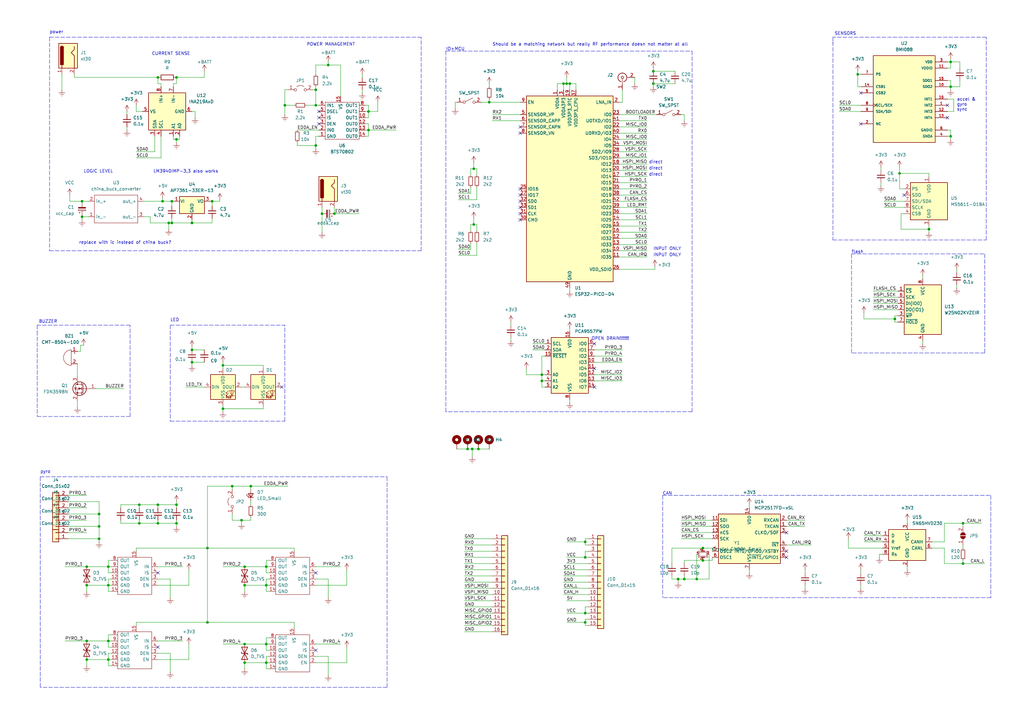
<source format=kicad_sch>
(kicad_sch (version 20211123) (generator eeschema)
  (paper "A3")
  (junction (at 389.89 25.4))
  (junction (at 35.56 270.51))
  (junction (at 222.25 156.21))
  (junction (at 35.56 240.03))
  (junction (at 240.03 222.25))
  (junction (at 267.97 29.21))
  (junction (at 222.25 153.67))
  (junction (at 196.215 184.15))
  (junction (at 109.22 232.41))
  (junction (at 69.215 91.44))
  (junction (at 64.77 214.63))
  (junction (at 35.56 232.41))
  (junction (at 116.84 43.18))
  (junction (at 85.09 255.27))
  (junction (at 72.39 31.75))
  (junction (at 85.09 224.79))
  (junction (at 64.77 31.75))
  (junction (at 33.655 88.9))
  (junction (at 137.16 87.63))
  (junction (at 70.485 91.44))
  (junction (at 57.15 214.63))
  (junction (at 194.31 69.215))
  (junction (at 100.33 271.78))
  (junction (at 129.54 59.69))
  (junction (at 95.25 199.39))
  (junction (at 151.13 53.34))
  (junction (at 278.13 237.49))
  (junction (at 394.97 214.63))
  (junction (at 40.64 215.9))
  (junction (at 40.64 210.82))
  (junction (at 78.74 91.44))
  (junction (at 232.41 34.29))
  (junction (at 109.22 264.16))
  (junction (at 194.31 92.075))
  (junction (at 78.74 148.59))
  (junction (at 240.03 251.46))
  (junction (at 70.485 82.55))
  (junction (at 381 93.98))
  (junction (at 44.45 270.51))
  (junction (at 33.655 82.55))
  (junction (at 233.68 34.29))
  (junction (at 394.97 231.14))
  (junction (at 389.89 55.88))
  (junction (at 44.45 240.03))
  (junction (at 389.89 35.56))
  (junction (at 102.87 199.39))
  (junction (at 280.67 237.49))
  (junction (at 91.44 167.64))
  (junction (at 240.03 228.6))
  (junction (at 191.77 184.15))
  (junction (at 267.97 34.29))
  (junction (at 86.995 82.55))
  (junction (at 44.45 262.89))
  (junction (at 78.74 143.51))
  (junction (at 72.39 207.01))
  (junction (at 99.06 213.36))
  (junction (at 351.79 30.48))
  (junction (at 367.03 130.81))
  (junction (at 240.03 255.27))
  (junction (at 288.29 224.79))
  (junction (at 109.22 271.78))
  (junction (at 129.54 43.18))
  (junction (at 72.39 214.63))
  (junction (at 200.66 41.91))
  (junction (at 40.64 220.98))
  (junction (at 288.29 229.87))
  (junction (at 44.45 232.41))
  (junction (at 100.33 232.41))
  (junction (at 231.14 34.29))
  (junction (at 132.08 87.63))
  (junction (at 285.75 237.49))
  (junction (at 64.77 207.01))
  (junction (at 72.39 57.15))
  (junction (at 57.15 207.01))
  (junction (at 35.56 262.89))
  (junction (at 129.54 36.83))
  (junction (at 368.935 71.12))
  (junction (at 100.33 240.03))
  (junction (at 91.44 149.86))
  (junction (at 109.22 240.03))
  (junction (at 134.62 26.67))
  (junction (at 100.33 264.16))
  (junction (at 66.675 82.55))
  (junction (at 151.13 45.72))
  (junction (at 193.675 184.15))
  (no_connect (at 353.06 50.8))
  (no_connect (at 213.36 90.17))
  (no_connect (at 388.62 48.26))
  (no_connect (at 64.77 265.43))
  (no_connect (at 388.62 43.18))
  (no_connect (at 115.57 158.75))
  (no_connect (at 130.81 50.8))
  (no_connect (at 322.58 226.06))
  (no_connect (at 322.58 228.6))
  (no_connect (at 213.36 85.09))
  (no_connect (at 213.36 52.07))
  (no_connect (at 129.54 266.7))
  (no_connect (at 243.84 140.97))
  (no_connect (at 322.58 218.44))
  (no_connect (at 243.84 151.13))
  (no_connect (at 213.36 87.63))
  (no_connect (at 130.81 48.26))
  (no_connect (at 213.36 77.47))
  (no_connect (at 213.36 82.55))
  (no_connect (at 243.84 158.75))
  (no_connect (at 213.36 54.61))
  (no_connect (at 64.77 234.95))
  (no_connect (at 130.81 45.72))
  (no_connect (at 370.84 80.01))
  (no_connect (at 353.06 38.1))
  (no_connect (at 213.36 80.01))
  (no_connect (at 129.54 234.95))
  (wire (pts (xy 129.54 59.69) (xy 129.54 60.96)))
  (wire (pts (xy 330.2 233.68) (xy 330.2 234.95)))
  (wire (pts (xy 44.45 229.87) (xy 45.72 229.87)))
  (wire (pts (xy 85.09 255.27) (xy 120.65 255.27)))
  (wire (pts (xy 28.575 80.01) (xy 28.575 82.55)))
  (wire (pts (xy 265.43 102.87) (xy 254 102.87)))
  (wire (pts (xy 78.74 90.17) (xy 78.74 91.44)))
  (wire (pts (xy 190.5 233.68) (xy 201.93 233.68)))
  (wire (pts (xy 129.54 55.88) (xy 129.54 59.69)))
  (wire (pts (xy 120.65 226.06) (xy 120.65 224.79)))
  (wire (pts (xy 110.49 266.7) (xy 109.22 266.7)))
  (wire (pts (xy 63.5 55.88) (xy 63.5 62.23)))
  (wire (pts (xy 322.58 213.36) (xy 330.2 213.36)))
  (wire (pts (xy 109.22 237.49) (xy 110.49 237.49)))
  (polyline (pts (xy 53.34 170.815) (xy 53.34 133.35)))
  (wire (pts (xy 193.04 76.835) (xy 193.04 79.375)))
  (wire (pts (xy 193.675 184.15) (xy 193.675 187.325)))
  (wire (pts (xy 151.13 53.34) (xy 151.13 50.8)))
  (wire (pts (xy 109.22 242.57) (xy 109.22 240.03)))
  (wire (pts (xy 232.41 255.27) (xy 240.03 255.27)))
  (wire (pts (xy 389.89 53.34) (xy 389.89 55.88)))
  (wire (pts (xy 102.87 212.09) (xy 102.87 213.36)))
  (polyline (pts (xy 15.24 135.89) (xy 15.24 170.815)))
  (wire (pts (xy 107.95 166.37) (xy 107.95 167.64)))
  (wire (pts (xy 85.09 199.39) (xy 85.09 224.79)))
  (wire (pts (xy 215.9 153.67) (xy 215.9 151.13)))
  (wire (pts (xy 387.35 224.79) (xy 387.35 231.14)))
  (wire (pts (xy 91.44 149.86) (xy 91.44 151.13)))
  (wire (pts (xy 44.45 270.51) (xy 45.72 270.51)))
  (wire (pts (xy 241.3 223.52) (xy 240.03 223.52)))
  (wire (pts (xy 278.13 237.49) (xy 278.13 238.76)))
  (wire (pts (xy 288.29 224.79) (xy 292.1 224.79)))
  (wire (pts (xy 57.15 214.63) (xy 64.77 214.63)))
  (wire (pts (xy 33.02 144.145) (xy 33.02 141.605)))
  (wire (pts (xy 64.77 31.75) (xy 64.77 34.29)))
  (wire (pts (xy 151.13 48.26) (xy 149.86 48.26)))
  (wire (pts (xy 86.995 91.44) (xy 78.74 91.44)))
  (wire (pts (xy 394.97 231.14) (xy 403.86 231.14)))
  (wire (pts (xy 361.315 68.58) (xy 361.315 69.85)))
  (wire (pts (xy 129.54 264.16) (xy 139.7 264.16)))
  (wire (pts (xy 55.88 43.18) (xy 55.88 45.72)))
  (wire (pts (xy 91.44 148.59) (xy 91.44 149.86)))
  (wire (pts (xy 222.25 153.67) (xy 215.9 153.67)))
  (wire (pts (xy 392.43 116.84) (xy 392.43 118.11)))
  (wire (pts (xy 91.44 167.64) (xy 107.95 167.64)))
  (wire (pts (xy 121.92 59.69) (xy 129.54 59.69)))
  (wire (pts (xy 193.04 69.215) (xy 194.31 69.215)))
  (wire (pts (xy 187.325 41.91) (xy 186.69 41.91)))
  (wire (pts (xy 134.62 25.4) (xy 134.62 26.67)))
  (polyline (pts (xy 20.32 102.87) (xy 172.72 102.87)))
  (wire (pts (xy 70.485 82.55) (xy 70.485 84.455)))
  (wire (pts (xy 109.22 264.16) (xy 109.22 261.62)))
  (polyline (pts (xy 116.84 172.72) (xy 116.84 133.35)))
  (wire (pts (xy 358.14 124.46) (xy 368.3 124.46)))
  (wire (pts (xy 70.485 82.55) (xy 71.12 82.55)))
  (wire (pts (xy 27.94 220.98) (xy 40.64 220.98)))
  (wire (pts (xy 232.41 228.6) (xy 240.03 228.6)))
  (wire (pts (xy 268.605 109.22) (xy 268.605 110.49)))
  (wire (pts (xy 35.56 232.41) (xy 44.45 232.41)))
  (wire (pts (xy 33.655 88.9) (xy 36.195 88.9)))
  (wire (pts (xy 279.4 215.9) (xy 292.1 215.9)))
  (wire (pts (xy 388.62 25.4) (xy 389.89 25.4)))
  (wire (pts (xy 129.54 237.49) (xy 134.62 237.49)))
  (wire (pts (xy 77.47 240.03) (xy 77.47 233.68)))
  (wire (pts (xy 61.595 91.44) (xy 69.215 91.44)))
  (wire (pts (xy 33.655 82.55) (xy 36.195 82.55)))
  (wire (pts (xy 218.44 140.97) (xy 223.52 140.97)))
  (wire (pts (xy 55.88 255.27) (xy 85.09 255.27)))
  (wire (pts (xy 378.46 139.7) (xy 378.46 140.97)))
  (wire (pts (xy 99.06 213.36) (xy 95.25 213.36)))
  (wire (pts (xy 193.04 71.755) (xy 193.04 69.215)))
  (wire (pts (xy 394.97 231.14) (xy 387.35 231.14)))
  (polyline (pts (xy 341.63 17.145) (xy 341.63 98.425)))
  (wire (pts (xy 44.45 260.35) (xy 45.72 260.35)))
  (wire (pts (xy 254 54.61) (xy 265.43 54.61)))
  (wire (pts (xy 44.45 262.89) (xy 44.45 260.35)))
  (polyline (pts (xy 403.86 104.14) (xy 403.86 144.78)))
  (wire (pts (xy 243.84 148.59) (xy 255.27 148.59)))
  (wire (pts (xy 228.6 36.83) (xy 228.6 34.29)))
  (wire (pts (xy 392.43 110.49) (xy 392.43 111.76)))
  (wire (pts (xy 254 92.71) (xy 265.43 92.71)))
  (wire (pts (xy 129.54 26.67) (xy 129.54 30.48)))
  (wire (pts (xy 280.67 229.87) (xy 288.29 229.87)))
  (wire (pts (xy 27.94 213.36) (xy 35.56 213.36)))
  (wire (pts (xy 358.14 127) (xy 368.3 127)))
  (wire (pts (xy 71.12 57.15) (xy 72.39 57.15)))
  (wire (pts (xy 354.33 219.71) (xy 361.95 219.71)))
  (wire (pts (xy 137.16 85.09) (xy 137.16 87.63)))
  (wire (pts (xy 389.89 55.88) (xy 389.89 57.15)))
  (wire (pts (xy 232.41 31.75) (xy 232.41 34.29)))
  (wire (pts (xy 59.055 82.55) (xy 66.675 82.55)))
  (wire (pts (xy 254 105.41) (xy 265.43 105.41)))
  (wire (pts (xy 360.68 227.33) (xy 360.68 228.6)))
  (wire (pts (xy 389.89 35.56) (xy 389.89 36.83)))
  (polyline (pts (xy 20.32 15.24) (xy 172.72 15.24)))
  (wire (pts (xy 233.68 134.62) (xy 233.68 135.89)))
  (wire (pts (xy 292.1 224.79) (xy 292.1 226.06)))
  (wire (pts (xy 35.56 240.03) (xy 35.56 242.57)))
  (wire (pts (xy 121.92 58.42) (xy 121.92 59.69)))
  (wire (pts (xy 254 90.17) (xy 265.43 90.17)))
  (wire (pts (xy 240.03 228.6) (xy 241.3 228.6)))
  (wire (pts (xy 389.89 55.88) (xy 388.62 55.88)))
  (wire (pts (xy 368.3 129.54) (xy 367.03 129.54)))
  (wire (pts (xy 129.54 240.03) (xy 142.24 240.03)))
  (wire (pts (xy 187.96 79.375) (xy 193.04 79.375)))
  (wire (pts (xy 109.22 266.7) (xy 109.22 264.16)))
  (polyline (pts (xy 406.4 203.2) (xy 406.4 245.11)))
  (wire (pts (xy 265.43 59.69) (xy 254 59.69)))
  (wire (pts (xy 110.49 234.95) (xy 109.22 234.95)))
  (wire (pts (xy 280.67 237.49) (xy 280.67 236.22)))
  (wire (pts (xy 193.04 99.695) (xy 193.04 102.235)))
  (wire (pts (xy 240.03 226.06) (xy 240.03 228.6)))
  (wire (pts (xy 190.5 241.3) (xy 201.93 241.3)))
  (wire (pts (xy 40.64 220.98) (xy 40.64 222.25)))
  (wire (pts (xy 100.33 264.16) (xy 109.22 264.16)))
  (wire (pts (xy 241.3 243.84) (xy 231.14 243.84)))
  (polyline (pts (xy 182.88 20.955) (xy 283.845 20.955)))
  (wire (pts (xy 240.03 254) (xy 241.3 254)))
  (wire (pts (xy 109.22 261.62) (xy 110.49 261.62)))
  (wire (pts (xy 59.055 88.9) (xy 61.595 88.9)))
  (polyline (pts (xy 15.24 133.35) (xy 15.24 135.89)))
  (wire (pts (xy 44.45 265.43) (xy 44.45 262.89)))
  (wire (pts (xy 222.25 156.21) (xy 222.25 153.67)))
  (wire (pts (xy 275.59 236.22) (xy 275.59 237.49)))
  (wire (pts (xy 222.25 156.21) (xy 223.52 156.21)))
  (wire (pts (xy 151.13 53.34) (xy 162.56 53.34)))
  (wire (pts (xy 381 93.98) (xy 381 95.25)))
  (wire (pts (xy 260.35 31.75) (xy 260.35 34.29)))
  (wire (pts (xy 86.995 82.55) (xy 90.17 82.55)))
  (wire (pts (xy 231.14 34.29) (xy 232.41 34.29)))
  (wire (pts (xy 57.15 213.36) (xy 57.15 214.63)))
  (wire (pts (xy 31.75 144.145) (xy 33.02 144.145)))
  (wire (pts (xy 99.06 213.36) (xy 99.06 214.63)))
  (wire (pts (xy 368.935 68.58) (xy 368.935 71.12)))
  (wire (pts (xy 134.62 26.67) (xy 139.7 26.67)))
  (wire (pts (xy 69.85 267.97) (xy 69.85 275.59)))
  (wire (pts (xy 353.06 45.72) (xy 344.17 45.72)))
  (wire (pts (xy 241.3 233.68) (xy 231.14 233.68)))
  (wire (pts (xy 100.33 240.03) (xy 100.33 242.57)))
  (wire (pts (xy 193.675 184.15) (xy 196.215 184.15)))
  (wire (pts (xy 57.15 207.01) (xy 57.15 208.28)))
  (wire (pts (xy 187.325 184.15) (xy 191.77 184.15)))
  (wire (pts (xy 129.54 26.67) (xy 134.62 26.67)))
  (wire (pts (xy 44.45 232.41) (xy 44.45 229.87)))
  (wire (pts (xy 64.77 262.89) (xy 74.93 262.89)))
  (wire (pts (xy 44.45 234.95) (xy 44.45 232.41)))
  (wire (pts (xy 389.89 27.94) (xy 389.89 25.4)))
  (polyline (pts (xy 182.88 20.955) (xy 182.88 168.91)))
  (wire (pts (xy 190.5 248.92) (xy 201.93 248.92)))
  (wire (pts (xy 367.03 129.54) (xy 367.03 130.81)))
  (wire (pts (xy 137.16 87.63) (xy 147.32 87.63)))
  (wire (pts (xy 367.03 130.81) (xy 367.03 132.08)))
  (wire (pts (xy 190.5 220.98) (xy 201.93 220.98)))
  (wire (pts (xy 110.49 274.32) (xy 109.22 274.32)))
  (wire (pts (xy 358.14 119.38) (xy 368.3 119.38)))
  (wire (pts (xy 233.68 163.83) (xy 233.68 165.1)))
  (wire (pts (xy 109.22 264.16) (xy 110.49 264.16)))
  (polyline (pts (xy 69.85 133.35) (xy 69.85 172.72)))
  (wire (pts (xy 265.43 97.79) (xy 254 97.79)))
  (wire (pts (xy 44.45 273.05) (xy 44.45 270.51)))
  (wire (pts (xy 361.95 224.79) (xy 347.98 224.79)))
  (wire (pts (xy 241.3 226.06) (xy 240.03 226.06)))
  (wire (pts (xy 254 85.09) (xy 265.43 85.09)))
  (wire (pts (xy 243.84 146.05) (xy 255.27 146.05)))
  (wire (pts (xy 45.72 265.43) (xy 44.45 265.43)))
  (wire (pts (xy 241.3 248.92) (xy 240.03 248.92)))
  (wire (pts (xy 26.67 262.89) (xy 35.56 262.89)))
  (wire (pts (xy 190.5 236.22) (xy 201.93 236.22)))
  (wire (pts (xy 129.54 269.24) (xy 134.62 269.24)))
  (wire (pts (xy 40.64 215.9) (xy 40.64 220.98)))
  (wire (pts (xy 222.25 153.67) (xy 223.52 153.67)))
  (wire (pts (xy 353.06 30.48) (xy 351.79 30.48)))
  (wire (pts (xy 322.58 215.9) (xy 330.2 215.9)))
  (wire (pts (xy 66.675 81.28) (xy 66.675 82.55)))
  (wire (pts (xy 52.07 52.07) (xy 52.07 53.34)))
  (wire (pts (xy 394.97 214.63) (xy 394.97 215.9)))
  (wire (pts (xy 243.84 156.21) (xy 255.27 156.21)))
  (wire (pts (xy 49.53 207.01) (xy 57.15 207.01)))
  (wire (pts (xy 78.74 143.51) (xy 83.82 143.51)))
  (wire (pts (xy 278.13 237.49) (xy 280.67 237.49)))
  (wire (pts (xy 344.17 43.18) (xy 353.06 43.18)))
  (wire (pts (xy 129.54 271.78) (xy 142.24 271.78)))
  (wire (pts (xy 267.97 29.21) (xy 276.86 29.21)))
  (wire (pts (xy 72.39 205.74) (xy 72.39 207.01)))
  (wire (pts (xy 45.72 242.57) (xy 44.45 242.57)))
  (wire (pts (xy 120.65 224.79) (xy 85.09 224.79)))
  (wire (pts (xy 369.57 93.98) (xy 369.57 87.63)))
  (polyline (pts (xy 15.24 170.815) (xy 53.34 170.815)))
  (wire (pts (xy 49.53 207.01) (xy 49.53 208.28)))
  (wire (pts (xy 254 80.01) (xy 265.43 80.01)))
  (wire (pts (xy 190.5 259.08) (xy 201.93 259.08)))
  (wire (pts (xy 232.41 251.46) (xy 240.03 251.46)))
  (wire (pts (xy 200.66 40.64) (xy 200.66 41.91)))
  (wire (pts (xy 27.94 210.82) (xy 40.64 210.82)))
  (wire (pts (xy 218.44 143.51) (xy 223.52 143.51)))
  (wire (pts (xy 200.66 34.29) (xy 200.66 35.56)))
  (wire (pts (xy 71.12 35.56) (xy 71.12 34.29)))
  (wire (pts (xy 71.12 55.88) (xy 71.12 57.15)))
  (wire (pts (xy 279.4 220.98) (xy 292.1 220.98)))
  (wire (pts (xy 83.82 29.21) (xy 83.82 31.75)))
  (wire (pts (xy 49.53 214.63) (xy 57.15 214.63)))
  (wire (pts (xy 190.5 228.6) (xy 201.93 228.6)))
  (wire (pts (xy 63.5 62.23) (xy 55.88 62.23)))
  (wire (pts (xy 222.25 158.75) (xy 222.25 156.21)))
  (wire (pts (xy 393.7 25.4) (xy 393.7 27.94)))
  (wire (pts (xy 254 57.15) (xy 265.43 57.15)))
  (wire (pts (xy 44.45 267.97) (xy 45.72 267.97)))
  (wire (pts (xy 64.77 237.49) (xy 69.85 237.49)))
  (wire (pts (xy 353.06 233.68) (xy 353.06 234.95)))
  (wire (pts (xy 116.84 43.18) (xy 116.84 46.99)))
  (wire (pts (xy 33.655 88.265) (xy 33.655 88.9)))
  (wire (pts (xy 125.73 43.18) (xy 129.54 43.18)))
  (wire (pts (xy 86.995 82.55) (xy 86.995 84.455)))
  (wire (pts (xy 120.65 255.27) (xy 120.65 257.81)))
  (wire (pts (xy 30.48 30.48) (xy 30.48 31.75)))
  (wire (pts (xy 195.58 99.695) (xy 195.58 104.775)))
  (wire (pts (xy 209.55 138.43) (xy 209.55 139.7)))
  (wire (pts (xy 69.85 237.49) (xy 69.85 245.11)))
  (polyline (pts (xy 69.85 133.35) (xy 116.84 133.35)))
  (wire (pts (xy 44.45 242.57) (xy 44.45 240.03)))
  (wire (pts (xy 389.89 24.13) (xy 389.89 25.4)))
  (wire (pts (xy 255.27 36.83) (xy 255.27 41.91)))
  (wire (pts (xy 254 69.85) (xy 265.43 69.85)))
  (wire (pts (xy 254 41.91) (xy 255.27 41.91)))
  (wire (pts (xy 86.36 82.55) (xy 86.995 82.55)))
  (wire (pts (xy 72.39 57.15) (xy 72.39 58.42)))
  (wire (pts (xy 195.58 76.835) (xy 195.58 81.915)))
  (wire (pts (xy 369.57 87.63) (xy 370.84 87.63)))
  (wire (pts (xy 241.3 256.54) (xy 240.03 256.54)))
  (wire (pts (xy 149.86 55.88) (xy 151.13 55.88)))
  (polyline (pts (xy 404.495 15.24) (xy 341.63 15.24)))
  (wire (pts (xy 149.86 43.18) (xy 151.13 43.18)))
  (wire (pts (xy 232.41 231.14) (xy 241.3 231.14)))
  (wire (pts (xy 187.96 102.235) (xy 193.04 102.235)))
  (wire (pts (xy 151.13 45.72) (xy 154.94 45.72)))
  (wire (pts (xy 280.67 229.87) (xy 280.67 231.14)))
  (polyline (pts (xy 341.63 15.24) (xy 341.63 17.78)))
  (wire (pts (xy 196.215 184.15) (xy 200.66 184.15)))
  (wire (pts (xy 389.89 35.56) (xy 393.7 35.56)))
  (wire (pts (xy 64.77 270.51) (xy 77.47 270.51)))
  (wire (pts (xy 254 67.31) (xy 265.43 67.31)))
  (wire (pts (xy 102.87 205.74) (xy 102.87 207.01)))
  (wire (pts (xy 228.6 34.29) (xy 231.14 34.29)))
  (wire (pts (xy 139.7 26.67) (xy 139.7 39.37)))
  (wire (pts (xy 44.45 237.49) (xy 45.72 237.49)))
  (wire (pts (xy 367.03 132.08) (xy 368.3 132.08)))
  (wire (pts (xy 85.09 224.79) (xy 85.09 255.27)))
  (wire (pts (xy 240.03 248.92) (xy 240.03 251.46)))
  (wire (pts (xy 190.5 254) (xy 201.93 254)))
  (polyline (pts (xy 403.86 144.78) (xy 349.25 144.78)))
  (wire (pts (xy 236.22 34.29) (xy 236.22 36.83)))
  (polyline (pts (xy 283.845 20.955) (xy 283.845 168.91)))
  (polyline (pts (xy 349.25 104.14) (xy 403.86 104.14)))
  (wire (pts (xy 382.27 222.25) (xy 387.35 222.25)))
  (wire (pts (xy 275.59 237.49) (xy 278.13 237.49)))
  (wire (pts (xy 95.25 199.39) (xy 102.87 199.39)))
  (wire (pts (xy 35.56 262.89) (xy 44.45 262.89)))
  (wire (pts (xy 40.64 205.74) (xy 40.64 210.82)))
  (wire (pts (xy 27.94 208.28) (xy 35.56 208.28)))
  (polyline (pts (xy 404.495 98.425) (xy 404.495 15.24)))
  (wire (pts (xy 190.5 238.76) (xy 201.93 238.76)))
  (wire (pts (xy 77.47 270.51) (xy 77.47 264.16)))
  (wire (pts (xy 149.86 45.72) (xy 151.13 45.72)))
  (wire (pts (xy 378.46 113.03) (xy 378.46 114.3)))
  (wire (pts (xy 57.15 207.01) (xy 64.77 207.01)))
  (wire (pts (xy 240.03 220.98) (xy 241.3 220.98)))
  (wire (pts (xy 187.96 81.915) (xy 195.58 81.915)))
  (wire (pts (xy 91.44 167.64) (xy 91.44 168.91)))
  (polyline (pts (xy 349.25 144.78) (xy 349.25 104.14)))
  (wire (pts (xy 44.45 240.03) (xy 45.72 240.03)))
  (wire (pts (xy 232.41 246.38) (xy 241.3 246.38)))
  (wire (pts (xy 351.79 30.48) (xy 351.79 29.21)))
  (wire (pts (xy 347.98 224.79) (xy 347.98 220.98)))
  (wire (pts (xy 64.77 240.03) (xy 77.47 240.03)))
  (wire (pts (xy 72.39 31.75) (xy 83.82 31.75)))
  (wire (pts (xy 254 95.25) (xy 265.43 95.25)))
  (wire (pts (xy 254 49.53) (xy 265.43 49.53)))
  (wire (pts (xy 148.59 30.48) (xy 148.59 31.75)))
  (wire (pts (xy 241.3 241.3) (xy 231.14 241.3)))
  (wire (pts (xy 233.68 34.29) (xy 233.68 36.83)))
  (wire (pts (xy 91.44 149.86) (xy 107.95 149.86)))
  (wire (pts (xy 55.88 256.54) (xy 55.88 255.27)))
  (wire (pts (xy 307.34 207.01) (xy 307.34 208.28)))
  (wire (pts (xy 254 110.49) (xy 268.605 110.49)))
  (polyline (pts (xy 16.51 195.58) (xy 16.51 281.94)))
  (wire (pts (xy 64.77 267.97) (xy 69.85 267.97)))
  (wire (pts (xy 254 52.07) (xy 265.43 52.07)))
  (wire (pts (xy 90.17 82.55) (xy 90.17 81.915)))
  (wire (pts (xy 132.08 87.63) (xy 132.08 95.25)))
  (wire (pts (xy 193.04 92.075) (xy 194.31 92.075)))
  (wire (pts (xy 109.22 271.78) (xy 109.22 269.24)))
  (wire (pts (xy 194.31 66.675) (xy 194.31 69.215)))
  (wire (pts (xy 64.77 232.41) (xy 74.93 232.41)))
  (wire (pts (xy 240.03 222.25) (xy 240.03 220.98)))
  (wire (pts (xy 72.39 207.01) (xy 72.39 208.28)))
  (wire (pts (xy 33.02 141.605) (xy 34.29 141.605)))
  (polyline (pts (xy 341.63 98.425) (xy 404.495 98.425)))
  (wire (pts (xy 151.13 50.8) (xy 149.86 50.8)))
  (wire (pts (xy 190.5 256.54) (xy 201.93 256.54)))
  (polyline (pts (xy 406.4 245.11) (xy 271.78 245.11)))
  (wire (pts (xy 372.11 213.36) (xy 372.11 214.63)))
  (wire (pts (xy 387.35 214.63) (xy 387.35 222.25)))
  (wire (pts (xy 45.72 273.05) (xy 44.45 273.05)))
  (wire (pts (xy 194.31 92.075) (xy 195.58 92.075)))
  (wire (pts (xy 95.25 199.39) (xy 95.25 200.66)))
  (wire (pts (xy 194.31 69.215) (xy 195.58 69.215)))
  (wire (pts (xy 387.35 214.63) (xy 394.97 214.63)))
  (wire (pts (xy 353.06 35.56) (xy 351.79 35.56)))
  (wire (pts (xy 116.84 36.83) (xy 116.84 43.18)))
  (wire (pts (xy 292.1 229.87) (xy 292.1 228.6)))
  (wire (pts (xy 195.58 69.215) (xy 195.58 71.755)))
  (wire (pts (xy 233.68 118.11) (xy 233.68 119.38)))
  (polyline (pts (xy 271.78 203.2) (xy 406.4 203.2)))
  (wire (pts (xy 201.93 46.99) (xy 213.36 46.99)))
  (wire (pts (xy 35.56 270.51) (xy 35.56 273.05)))
  (wire (pts (xy 109.22 269.24) (xy 110.49 269.24)))
  (wire (pts (xy 275.59 231.14) (xy 275.59 224.79)))
  (wire (pts (xy 201.93 49.53) (xy 213.36 49.53)))
  (wire (pts (xy 142.24 271.78) (xy 142.24 265.43)))
  (wire (pts (xy 86.995 89.535) (xy 86.995 91.44)))
  (wire (pts (xy 361.95 227.33) (xy 360.68 227.33)))
  (wire (pts (xy 388.62 27.94) (xy 389.89 27.94)))
  (wire (pts (xy 142.24 240.03) (xy 142.24 233.68)))
  (wire (pts (xy 31.75 149.225) (xy 31.75 154.305)))
  (wire (pts (xy 109.22 240.03) (xy 109.22 237.49)))
  (wire (pts (xy 186.69 41.91) (xy 186.69 44.45)))
  (wire (pts (xy 73.66 55.88) (xy 73.66 57.15)))
  (wire (pts (xy 78.74 45.72) (xy 80.01 45.72)))
  (wire (pts (xy 71.12 34.29) (xy 72.39 34.29)))
  (wire (pts (xy 381 93.98) (xy 369.57 93.98)))
  (wire (pts (xy 109.22 234.95) (xy 109.22 232.41)))
  (wire (pts (xy 116.84 36.83) (xy 118.11 36.83)))
  (polyline (pts (xy 20.32 15.24) (xy 20.32 102.87)))
  (wire (pts (xy 66.04 34.29) (xy 64.77 34.29)))
  (wire (pts (xy 353.06 240.03) (xy 353.06 241.3)))
  (wire (pts (xy 70.485 89.535) (xy 70.485 91.44)))
  (wire (pts (xy 254 87.63) (xy 265.43 87.63)))
  (wire (pts (xy 267.97 27.94) (xy 267.97 29.21)))
  (wire (pts (xy 240.03 223.52) (xy 240.03 222.25)))
  (wire (pts (xy 39.37 159.385) (xy 50.8 159.385)))
  (wire (pts (xy 368.935 77.47) (xy 370.84 77.47)))
  (polyline (pts (xy 271.78 203.2) (xy 271.78 245.11)))
  (wire (pts (xy 381 92.71) (xy 381 93.98)))
  (wire (pts (xy 27.94 215.9) (xy 40.64 215.9)))
  (wire (pts (xy 187.96 104.775) (xy 195.58 104.775)))
  (wire (pts (xy 285.75 237.49) (xy 280.67 237.49)))
  (wire (pts (xy 121.92 53.34) (xy 130.81 53.34)))
  (wire (pts (xy 27.94 205.74) (xy 40.64 205.74)))
  (wire (pts (xy 134.62 237.49) (xy 134.62 245.11)))
  (wire (pts (xy 388.62 40.64) (xy 391.16 40.64)))
  (wire (pts (xy 25.4 30.48) (xy 25.4 36.83)))
  (wire (pts (xy 232.41 34.29) (xy 233.68 34.29)))
  (wire (pts (xy 232.41 222.25) (xy 240.03 222.25)))
  (wire (pts (xy 381 71.12) (xy 381 72.39)))
  (wire (pts (xy 362.585 85.09) (xy 370.84 85.09)))
  (wire (pts (xy 100.33 240.03) (xy 109.22 240.03)))
  (wire (pts (xy 130.81 43.18) (xy 129.54 43.18)))
  (wire (pts (xy 209.55 132.08) (xy 209.55 133.35)))
  (wire (pts (xy 28.575 82.55) (xy 33.655 82.55)))
  (wire (pts (xy 78.74 142.24) (xy 78.74 143.51)))
  (wire (pts (xy 64.77 214.63) (xy 72.39 214.63)))
  (wire (pts (xy 78.74 148.59) (xy 83.82 148.59)))
  (wire (pts (xy 391.16 40.64) (xy 391.16 45.72)))
  (wire (pts (xy 254 82.55) (xy 265.43 82.55)))
  (wire (pts (xy 80.01 45.72) (xy 80.01 48.26)))
  (wire (pts (xy 254 72.39) (xy 265.43 72.39)))
  (wire (pts (xy 254 74.93) (xy 265.43 74.93)))
  (wire (pts (xy 49.53 213.36) (xy 49.53 214.63)))
  (wire (pts (xy 102.87 199.39) (xy 118.11 199.39)))
  (wire (pts (xy 240.03 256.54) (xy 240.03 255.27)))
  (wire (pts (xy 102.87 200.66) (xy 102.87 199.39)))
  (wire (pts (xy 275.59 224.79) (xy 288.29 224.79)))
  (wire (pts (xy 100.33 271.78) (xy 109.22 271.78)))
  (wire (pts (xy 69.215 91.44) (xy 70.485 91.44)))
  (wire (pts (xy 66.04 35.56) (xy 66.04 34.29)))
  (wire (pts (xy 190.5 246.38) (xy 201.93 246.38)))
  (wire (pts (xy 388.62 33.02) (xy 389.89 33.02)))
  (wire (pts (xy 267.97 34.29) (xy 276.86 34.29)))
  (wire (pts (xy 194.31 89.535) (xy 194.31 92.075)))
  (wire (pts (xy 72.39 31.75) (xy 72.39 34.29)))
  (wire (pts (xy 116.84 43.18) (xy 120.65 43.18)))
  (wire (pts (xy 394.97 229.87) (xy 394.97 231.14)))
  (wire (pts (xy 109.22 274.32) (xy 109.22 271.78)))
  (wire (pts (xy 40.64 210.82) (xy 40.64 215.9)))
  (wire (pts (xy 394.97 223.52) (xy 394.97 224.79)))
  (wire (pts (xy 107.95 149.86) (xy 107.95 151.13)))
  (wire (pts (xy 254 62.23) (xy 265.43 62.23)))
  (wire (pts (xy 351.79 35.56) (xy 351.79 30.48)))
  (wire (pts (xy 200.66 41.91) (xy 213.36 41.91)))
  (wire (pts (xy 197.485 41.91) (xy 200.66 41.91)))
  (wire (pts (xy 44.45 240.03) (xy 44.45 237.49)))
  (wire (pts (xy 279.4 213.36) (xy 292.1 213.36)))
  (wire (pts (xy 52.07 45.72) (xy 52.07 46.99)))
  (polyline (pts (xy 158.75 281.94) (xy 16.51 281.94)))
  (wire (pts (xy 190.5 251.46) (xy 201.93 251.46)))
  (wire (pts (xy 362.585 82.55) (xy 370.84 82.55)))
  (wire (pts (xy 231.14 238.76) (xy 241.3 238.76)))
  (wire (pts (xy 279.4 218.44) (xy 292.1 218.44)))
  (wire (pts (xy 129.54 232.41) (xy 139.7 232.41)))
  (wire (pts (xy 372.11 232.41) (xy 372.11 233.68)))
  (wire (pts (xy 76.2 158.75) (xy 83.82 158.75)))
  (wire (pts (xy 91.44 166.37) (xy 91.44 167.64)))
  (wire (pts (xy 109.22 240.03) (xy 110.49 240.03)))
  (wire (pts (xy 64.77 213.36) (xy 64.77 214.63)))
  (wire (pts (xy 290.83 237.49) (xy 285.75 237.49)))
  (polyline (pts (xy 69.85 172.72) (xy 116.84 172.72)))
  (wire (pts (xy 30.48 31.75) (xy 64.77 31.75)))
  (wire (pts (xy 195.58 92.075) (xy 195.58 94.615)))
  (polyline (pts (xy 16.51 195.58) (xy 158.75 195.58)))
  (wire (pts (xy 358.14 121.92) (xy 368.3 121.92)))
  (wire (pts (xy 95.25 213.36) (xy 95.25 210.82)))
  (wire (pts (xy 99.06 158.75) (xy 100.33 158.75)))
  (wire (pts (xy 322.58 223.52) (xy 332.74 223.52)))
  (wire (pts (xy 45.72 234.95) (xy 44.45 234.95)))
  (wire (pts (xy 231.14 34.29) (xy 231.14 36.83)))
  (wire (pts (xy 223.52 158.75) (xy 222.25 158.75)))
  (wire (pts (xy 27.94 218.44) (xy 35.56 218.44)))
  (wire (pts (xy 254 46.99) (xy 269.24 46.99)))
  (wire (pts (xy 151.13 55.88) (xy 151.13 53.34)))
  (wire (pts (xy 354.33 222.25) (xy 361.95 222.25)))
  (wire (pts (xy 70.485 91.44) (xy 78.74 91.44)))
  (wire (pts (xy 31.75 164.465) (xy 31.75 167.005)))
  (wire (pts (xy 91.44 264.16) (xy 100.33 264.16)))
  (wire (pts (xy 109.22 271.78) (xy 110.49 271.78)))
  (wire (pts (xy 69.215 91.44) (xy 69.215 93.98)))
  (wire (pts (xy 241.3 236.22) (xy 231.14 236.22)))
  (wire (pts (xy 354.33 130.81) (xy 354.33 128.27)))
  (wire (pts (xy 368.935 77.47) (xy 368.935 71.12)))
  (wire (pts (xy 44.45 232.41) (xy 45.72 232.41)))
  (wire (pts (xy 58.42 45.72) (xy 55.88 45.72)))
  (wire (pts (xy 91.44 232.41) (xy 100.33 232.41)))
  (wire (pts (xy 367.03 130.81) (xy 354.33 130.81)))
  (wire (pts (xy 109.22 232.41) (xy 110.49 232.41)))
  (wire (pts (xy 66.675 82.55) (xy 70.485 82.55)))
  (wire (pts (xy 389.89 35.56) (xy 388.62 35.56)))
  (wire (pts (xy 72.39 213.36) (xy 72.39 214.63)))
  (wire (pts (xy 100.33 271.78) (xy 100.33 274.32)))
  (wire (pts (xy 61.595 88.9) (xy 61.595 91.44)))
  (wire (pts (xy 279.4 46.99) (xy 280.67 46.99)))
  (wire (pts (xy 26.67 232.41) (xy 35.56 232.41)))
  (wire (pts (xy 78.74 148.59) (xy 78.74 149.86)))
  (wire (pts (xy 72.39 215.9) (xy 72.39 214.63)))
  (wire (pts (xy 388.62 53.34) (xy 389.89 53.34)))
  (wire (pts (xy 55.88 64.77) (xy 66.04 64.77)))
  (wire (pts (xy 190.5 223.52) (xy 201.93 223.52)))
  (wire (pts (xy 240.03 251.46) (xy 241.3 251.46)))
  (polyline (pts (xy 172.72 102.87) (xy 172.72 15.24)))
  (wire (pts (xy 129.54 35.56) (xy 129.54 36.83)))
  (wire (pts (xy 154.94 41.91) (xy 154.94 45.72)))
  (wire (pts (xy 243.84 143.51) (xy 255.27 143.51)))
  (wire (pts (xy 389.89 25.4) (xy 393.7 25.4)))
  (wire (pts (xy 243.84 153.67) (xy 255.27 153.67)))
  (wire (pts (xy 109.22 229.87) (xy 110.49 229.87)))
  (wire (pts (xy 148.59 36.83) (xy 148.59 38.1)))
  (wire (pts (xy 233.68 34.29) (xy 236.22 34.29)))
  (wire (pts (xy 102.87 213.36) (xy 99.06 213.36)))
  (wire (pts (xy 151.13 43.18) (xy 151.13 45.72)))
  (wire (pts (xy 149.86 53.34) (xy 151.13 53.34)))
  (wire (pts (xy 190.5 243.84) (xy 201.93 243.84)))
  (wire (pts (xy 280.67 46.99) (xy 280.67 49.53)))
  (wire (pts (xy 132.08 85.09) (xy 132.08 87.63)))
  (wire (pts (xy 151.13 45.72) (xy 151.13 48.26)))
  (wire (pts (xy 85.09 224.79) (xy 55.88 224.79)))
  (wire (pts (xy 66.04 55.88) (xy 66.04 64.77)))
  (wire (pts (xy 191.77 184.15) (xy 193.675 184.15)))
  (wire (pts (xy 100.33 232.41) (xy 109.22 232.41)))
  (wire (pts (xy 95.25 199.39) (xy 85.09 199.39)))
  (wire (pts (xy 64.77 207.01) (xy 72.39 207.01)))
  (wire (pts (xy 267.97 34.29) (xy 267.97 35.56)))
  (wire (pts (xy 387.35 224.79) (xy 382.27 224.79)))
  (wire (pts (xy 190.5 226.06) (xy 201.93 226.06)))
  (wire (pts (xy 265.43 100.33) (xy 254 100.33)))
  (wire (pts (xy 288.29 229.87) (xy 292.1 229.87)))
  (wire (pts (xy 44.45 262.89) (xy 45.72 262.89)))
  (polyline (pts (xy 158.75 195.58) (xy 158.75 281.94)))
  (wire (pts (xy 290.83 227.33) (xy 290.83 237.49)))
  (polyline (pts (xy 53.34 133.35) (xy 15.24 133.35)))
  (wire (pts (xy 190.5 231.14) (xy 201.93 231.14)))
  (wire (pts (xy 109.22 232.41) (xy 109.22 229.87)))
  (wire (pts (xy 193.04 94.615) (xy 193.04 92.075)))
  (wire (pts (xy 35.56 270.51) (xy 44.45 270.51)))
  (wire (pts (xy 393.7 35.56) (xy 393.7 33.02)))
  (wire (pts (xy 55.88 224.79) (xy 55.88 226.06)))
  (polyline (pts (xy 283.845 168.91) (xy 182.88 168.91)))
  (wire (pts (xy 44.45 270.51) (xy 44.45 267.97)))
  (wire (pts (xy 361.315 74.93) (xy 361.315 76.2)))
  (wire (pts (xy 223.52 146.05) (xy 222.25 146.05)))
  (wire (pts (xy 110.49 242.57) (xy 109.22 242.57)))
  (wire (pts (xy 64.77 207.01) (xy 64.77 208.28)))
  (wire (pts (xy 33.655 88.9) (xy 33.655 90.17)))
  (wire (pts (xy 35.56 240.03) (xy 44.45 240.03)))
  (wire (pts (xy 134.62 269.24) (xy 134.62 276.86)))
  (wire (pts (xy 27.94 203.2) (xy 35.56 203.2)))
  (wire (pts (xy 222.25 146.05) (xy 222.25 153.67)))
  (wire (pts (xy 130.81 55.88) (xy 129.54 55.88)))
  (wire (pts (xy 330.2 240.03) (xy 330.2 241.3)))
  (wire (pts (xy 391.16 45.72) (xy 388.62 45.72)))
  (wire (pts (xy 33.655 82.55) (xy 33.655 83.185)))
  (wire (pts (xy 389.89 33.02) (xy 389.89 35.56)))
  (wire (pts (xy 72.39 57.15) (xy 73.66 57.15)))
  (wire (pts (xy 285.75 227.33) (xy 285.75 237.49)))
  (wire (pts (xy 307.34 233.68) (xy 307.34 234.95)))
  (wire (pts (xy 129.54 43.18) (xy 129.54 36.83)))
  (wire (pts (xy 394.97 214.63) (xy 402.59 214.63)))
  (wire (pts (xy 128.27 36.83) (xy 129.54 36.83)))
  (wire (pts (xy 368.935 71.12) (xy 381 71.12)))
  (wire (pts (xy 240.03 255.27) (xy 240.03 254)))
  (wire (pts (xy 254 77.47) (xy 265.43 77.47)))
  (wire (pts (xy 254 64.77) (xy 265.43 64.77)))
  (text "replace with ic instead of china buck?" (at 32.385 100.33 0) (effects (font (size 1.27 1.27)) (justify left bottom)))
  (text "direct" (at 271.78 72.39 180) (effects (font (size 1.27 1.27)) (justify right bottom)))
  (text "Should be a matching network but really RF performance doesn not matter at all" (at 201.93 19.05 0) (effects (font (size 1.27 1.27)) (justify left bottom)))
  (text "IO+MCU" (at 182.88 20.955 0) (effects (font (size 1.27 1.27)) (justify left bottom)))
  (text "direct" (at 271.78 69.85 180) (effects (font (size 1.27 1.27)) (justify right bottom)))
  (text "pyro" (at 16.51 194.31 0) (effects (font (size 1.27 1.27)) (justify left bottom)))
  (text "CURRENT SENSE" (at 62.23 22.86 0) (effects (font (size 1.27 1.27)) (justify left bottom)))
  (text "BUZZER" (at 15.875 132.715 0) (effects (font (size 1.27 1.27)) (justify left bottom)))
  (text "flash" (at 349.25 104.14 0) (effects (font (size 1.27 1.27)) (justify left bottom)))
  (text "LOGIC LEVEL" (at 34.29 71.12 0) (effects (font (size 1.27 1.27)) (justify left bottom)))
  (text "LM3940IMP-3.3 also works" (at 62.865 71.12 0) (effects (font (size 1.27 1.27)) (justify left bottom)))
  (text "direct" (at 271.78 67.31 180) (effects (font (size 1.27 1.27)) (justify right bottom)))
  (text "CAN" (at 271.78 203.2 0) (effects (font (size 1.27 1.27)) (justify left bottom)))
  (text "INPUT ONLY" (at 267.97 102.87 0) (effects (font (size 1.27 1.27)) (justify left bottom)))
  (text "POWER MANAGEMENT\n" (at 125.73 19.05 0) (effects (font (size 1.27 1.27)) (justify left bottom)))
  (text "INPUT ONLY" (at 267.97 105.41 0) (effects (font (size 1.27 1.27)) (justify left bottom)))
  (text "accel &\ngyro\nsync\n" (at 392.43 45.72 0) (effects (font (size 1.27 1.27)) (justify left bottom)))
  (text "LED" (at 69.85 132.08 0) (effects (font (size 1.27 1.27)) (justify left bottom)))
  (text "SENSORS\n" (at 342.265 14.605 0) (effects (font (size 1.27 1.27)) (justify left bottom)))
  (text "OPEN DRAIN!!!!!!\n" (at 242.57 139.7 0) (effects (font (size 1.27 1.27)) (justify left bottom)))
  (text "power" (at 20.32 13.97 0) (effects (font (size 1.27 1.27)) (justify left bottom)))
  (label "GND" (at 232.41 255.27 0))
  (label "EDDA_EN" (at 121.92 53.34 0))
  (label "SCL0" (at 265.43 100.33 180))
  (label "PYRO_1" (at 265.43 74.93 180))
  (label "SCL0" (at 218.44 140.97 0))
  (label "GND" (at 190.5 220.98 0))
  (label "PYRO_4" (at 91.44 264.16 0))
  (label "HSPI_MISO" (at 358.14 127 0))
  (label "PYRO_3" (at 74.93 262.89 180))
  (label "LED_TX" (at 76.2 158.75 0))
  (label "SCL1" (at 187.96 81.915 0))
  (label "SCL0" (at 344.17 43.18 0))
  (label "HSPI_MOSI" (at 265.43 69.85 180))
  (label "HSPI_MOSI" (at 358.14 124.46 0))
  (label "MISC_GPIO2" (at 190.5 256.54 0))
  (label "CAN_IRQ" (at 265.43 105.41 180))
  (label "FLASH_CS" (at 265.43 82.55 180))
  (label "GND" (at 190.5 238.76 0))
  (label "PYRO_4" (at 35.56 218.44 180))
  (label "PYRO_2" (at 35.56 208.28 180))
  (label "HSPI_MISO" (at 279.4 215.9 0))
  (label "SCL1" (at 265.43 90.17 180))
  (label "PYRO_1" (at 74.93 232.41 180))
  (label "SDA1" (at 187.96 79.375 0))
  (label "SDA0" (at 362.585 82.55 0))
  (label "SCL0" (at 362.585 85.09 0))
  (label "SDA0" (at 218.44 143.51 0))
  (label "CAN_IRQ" (at 332.74 223.52 180))
  (label "CAN_RX" (at 354.33 222.25 0))
  (label "MISC_IO1" (at 265.43 64.77 180))
  (label "RX2" (at 201.93 46.99 0))
  (label "SDA1" (at 265.43 87.63 180))
  (label "RX2" (at 190.5 233.68 0))
  (label "BUZZER" (at 50.8 159.385 180))
  (label "PYRO_3" (at 35.56 213.36 180))
  (label "CAN_RX" (at 330.2 213.36 180))
  (label "EDDA_PWR" (at 162.56 53.34 180))
  (label "5V" (at 232.41 246.38 0))
  (label "PYRO_4" (at 139.7 264.16 180))
  (label "EDDA_PWR" (at 118.11 199.39 180))
  (label "CAN_H" (at 231.14 243.84 0))
  (label "CAN_L" (at 403.86 231.14 180))
  (label "PYRO_2" (at 91.44 232.41 0))
  (label "TX2" (at 190.5 236.22 0))
  (label "PYRO_3" (at 255.27 143.51 180))
  (label "EDDA_PWR" (at 147.32 87.63 180))
  (label "MISC_GPIO1" (at 190.5 254 0))
  (label "SDA0" (at 187.96 102.235 0))
  (label "VSPI_MOSI" (at 190.5 241.3 0))
  (label "3V3" (at 232.41 231.14 0))
  (label "HSPI_SCK" (at 279.4 220.98 0))
  (label "HSPI_MISO" (at 265.43 67.31 180))
  (label "PYRO_2" (at 139.7 232.41 180))
  (label "RX0" (at 265.43 54.61 180))
  (label "VSPI_SCK" (at 265.43 62.23 180))
  (label "MISC_IO2" (at 255.27 153.67 180))
  (label "SDA0" (at 344.17 45.72 0))
  (label "HSPI_SCK" (at 358.14 121.92 0))
  (label "MISC_IO0" (at 265.43 57.15 180))
  (label "PYRO_1" (at 35.56 203.2 180))
  (label "EDDA_EN" (at 255.27 148.59 180))
  (label "CAN_L" (at 231.14 241.3 0))
  (label "PYRO_1" (at 26.67 232.41 0))
  (label "PYRO_4" (at 255.27 146.05 180))
  (label "RX0" (at 190.5 223.52 0))
  (label "TX0" (at 190.5 226.06 0))
  (label "VCC" (at 232.41 228.6 0))
  (label "VCC" (at 232.41 251.46 0))
  (label "FLASH_CS" (at 358.14 119.38 0))
  (label "TX1" (at 265.43 92.71 180))
  (label "GND" (at 190.5 248.92 0))
  (label "RX1" (at 190.5 228.6 0))
  (label "GND" (at 232.41 222.25 0))
  (label "PYRO_3" (at 26.67 262.89 0))
  (label "MISC_GPIO0" (at 190.5 251.46 0))
  (label "HSPI_MOSI" (at 279.4 213.36 0))
  (label "SDA0" (at 265.43 97.79 180))
  (label "CAN_H" (at 402.59 214.63 180))
  (label "SCL0" (at 55.88 64.77 0))
  (label "HSPI_SCK" (at 265.43 72.39 180))
  (label "TX2" (at 265.43 95.25 180))
  (label "RX1" (at 201.93 49.53 0))
  (label "SCL0" (at 187.96 104.775 0))
  (label "BOOTLOADER" (at 256.54 46.99 0))
  (label "GND" (at 231.14 238.76 0))
  (label "LED_RMT" (at 265.43 85.09 180))
  (label "SDA0" (at 55.88 62.23 0))
  (label "CAN_CS" (at 279.4 218.44 0))
  (label "CAN_TX" (at 330.2 215.9 180))
  (label "TX1" (at 190.5 231.14 0))
  (label "SCL1" (at 231.14 233.68 0))
  (label "VSPI_MISO" (at 190.5 243.84 0))
  (label "CAN_CS" (at 265.43 80.01 180))
  (label "TX0" (at 265.43 49.53 180))
  (label "CAN_TX" (at 354.33 219.71 0))
  (label "VSPI_MISO" (at 265.43 102.87 180))
  (label "VSPI_MOSI" (at 265.43 59.69 180))
  (label "GND" (at 190.5 259.08 0))
  (label "PYRO_2" (at 265.43 77.47 180))
  (label "MISC_IO0" (at 265.43 52.07 180))
  (label "SDA1" (at 231.14 236.22 0))
  (label "MISC_IO3" (at 255.27 156.21 180))
  (label "VSPI_SCK" (at 190.5 246.38 0))
  (symbol (lib_id "custom:BTN7030-1EPA") (at 57.15 267.97 180) (unit 1)
    (property "Reference" "U8" (effects hide))
    (property "Value" "BTN7030-1EPA" (effects hide))
    (property "Footprint" "Package_SO:Infineon_PG-TSDSO-14-22" (effects hide))
  )
  (symbol (lib_id "power:+3V3") (at 233.68 134.62 0) (unit 1)
    (property "Reference" "#PWR0117" (effects hide))
    (property "Value" "+3V3" (at 233.68 129.54 0))
  )
  (symbol (lib_id "Jumper:SolderJumper_2_Open") (at 394.97 219.71 90) (unit 1)
    (property "Reference" "JP5" (at 397.51 219.7099 90) (effects (justify right)))
    (property "Value" "SolderJumper_2_Open" (effects hide))
    (property "Footprint" "Jumper:SolderJumper-2_P1.3mm_Open_TrianglePad1.0x1.5mm" (effects hide))
  )
  (symbol (lib_id "Device:C_Polarized_Small") (at 33.655 85.725 0) (mirror x) (unit 1)
    (property "Reference" "C1" (at 30.48 85.001 0) (effects (justify right)))
    (property "Value" "vcc_cap" (at 30.48 87.541 0) (effects (justify right)))
    (property "Footprint" "Capacitor_THT:CP_Radial_D5.0mm_P2.50mm" (effects hide))
  )
  (symbol (lib_id "power:+3V3") (at 194.31 66.675 0) (unit 1)
    (property "Reference" "#PWR0137" (effects hide))
    (property "Value" "+3V3" (at 194.31 61.595 0))
  )
  (symbol (lib_id "Jumper:Jumper_2_Open") (at 123.19 36.83 0) (unit 1)
    (property "Reference" "JP1" (at 123.19 33.02 0))
    (property "Value" "power switch" (effects hide))
    (property "Footprint" "Connector_JST:JST_XH_S2B-XH-A_1x02_P2.50mm_Horizontal" (effects hide))
  )
  (symbol (lib_id "power:Earth") (at 278.13 238.76 0) (unit 1)
    (property "Reference" "#PWR0174" (effects hide))
    (property "Value" "Earth" (effects hide))
  )
  (symbol (lib_id "power:Earth") (at 389.89 36.83 0) (unit 1)
    (property "Reference" "#PWR0132" (effects hide))
    (property "Value" "Earth" (effects hide))
  )
  (symbol (lib_id "power:Earth") (at 209.55 139.7 0) (unit 1)
    (property "Reference" "#PWR0119" (effects hide))
    (property "Value" "Earth" (effects hide))
  )
  (symbol (lib_id "Memory_Flash:W25X40CLSS") (at 378.46 127 0) (unit 1)
    (property "Reference" "U13" (at 387.35 125.7299 0) (effects (justify left)))
    (property "Value" "W25N02KVZEIR" (at 387.35 128.2699 0) (effects (justify left)))
    (property "Footprint" "lib:SON127P800X600X80-9N-D" (effects hide))
    (property "Datasheet" "https://www.winbond.com/resource-files/W25X40CL_G%2020210505.pdf" (effects hide))
  )
  (symbol (lib_id "power:Earth") (at 132.08 95.25 0) (unit 1)
    (property "Reference" "#PWR0169" (effects hide))
    (property "Value" "Earth" (effects hide))
  )
  (symbol (lib_id "power:+5V") (at 34.29 141.605 0) (unit 1)
    (property "Reference" "#PWR0111" (effects hide))
    (property "Value" "+5V" (at 34.29 136.525 0))
  )
  (symbol (lib_id "Device:C_Small") (at 353.06 237.49 0) (unit 1)
    (property "Reference" "C?" (at 355.6 236.2262 0) (effects (justify left)))
    (property "Value" "0.1u" (at 355.6 238.7662 0) (effects (justify left)))
    (property "Footprint" "Capacitor_SMD:C_0603_1608Metric" (effects hide))
  )
  (symbol (lib_id "Device:C_Small") (at 393.7 30.48 0) (unit 1)
    (property "Reference" "C7" (at 396.24 29.2162 0) (effects (justify left)))
    (property "Value" "0.1u" (at 396.24 31.7562 0) (effects (justify left)))
    (property "Footprint" "Capacitor_SMD:C_0603_1608Metric" (effects hide))
  )
  (symbol (lib_id "power:Earth") (at 381 95.25 0) (unit 1)
    (property "Reference" "#PWR0134" (effects hide))
    (property "Value" "Earth" (effects hide))
  )
  (symbol (lib_id "power:VCC") (at 28.575 80.01 0) (unit 1)
    (property "Reference" "#PWR0108" (effects hide))
    (property "Value" "VCC" (at 28.575 74.93 0))
  )
  (symbol (lib_id "Device:C_Polarized_Small") (at 134.62 87.63 270) (mirror x) (unit 1)
    (property "Reference" "C5" (at 134.62 90.17 90))
    (property "Value" "edda_cap" (at 134.62 91.44 90))
    (property "Footprint" "Capacitor_THT:CP_Radial_D5.0mm_P2.50mm" (effects hide))
  )
  (symbol (lib_id "power:Earth") (at 392.43 118.11 0) (unit 1)
    (property "Reference" "#PWR0106" (effects hide))
    (property "Value" "Earth" (effects hide))
  )
  (symbol (lib_id "Device:R") (at 68.58 31.75 90) (unit 1)
    (property "Reference" "R9" (at 68.58 25.4 90))
    (property "Value" "R" (at 68.58 27.94 90))
    (property "Footprint" "Resistor_SMD:R_1206_3216Metric_Pad1.30x1.75mm_HandSolder" (effects hide))
  )
  (symbol (lib_name "Earth_2") (lib_id "power:Earth") (at 260.35 34.29 0) (unit 1)
    (property "Reference" "#PWR0173" (effects hide))
    (property "Value" "Earth" (effects hide))
  )
  (symbol (lib_id "Device:C_Small") (at 49.53 210.82 0) (unit 1)
    (property "Reference" "C10" (at 52.07 209.5562 0) (effects (justify left)))
    (property "Value" "0.1u" (at 52.07 212.0962 0) (effects (justify left)))
    (property "Footprint" "Capacitor_SMD:C_0603_1608Metric" (effects hide))
  )
  (symbol (lib_id "Connector_Generic:Conn_01x02") (at 22.86 215.9 180) (unit 1)
    (property "Reference" "J7" (at 22.86 207.01 0))
    (property "Value" "Conn_01x02" (at 22.86 209.55 0))
    (property "Footprint" "Connector_JST:JST_XH_S2B-XH-A_1x02_P2.50mm_Horizontal" (effects hide))
  )
  (symbol (lib_id "custom:BTN7030-1EPA") (at 57.15 237.49 180) (unit 1)
    (property "Reference" "U7" (effects hide))
    (property "Value" "BTN7030-1EPA" (effects hide))
    (property "Footprint" "Package_SO:Infineon_PG-TSDSO-14-22" (effects hide))
  )
  (symbol (lib_id "Sensor_Pressure:MS5611-01BA") (at 381 82.55 0) (unit 1)
    (property "Reference" "U5" (at 389.89 81.2799 0) (effects (justify left)))
    (property "Value" "MS5611-01BA" (at 389.89 83.8199 0) (effects (justify left)))
    (property "Footprint" "Package_LGA:LGA-8_3x5mm_P1.25mm" (effects hide))
    (property "Datasheet" "https://www.te.com/commerce/DocumentDelivery/DDEController?Action=srchrtrv&DocNm=MS5611-01BA03&DocType=Data+Sheet&DocLang=English" (effects hide))
  )
  (symbol (lib_id "power:Earth") (at 267.97 35.56 0) (unit 1)
    (property "Reference" "#PWR0126" (effects hide))
    (property "Value" "Earth" (effects hide))
  )
  (symbol (lib_id "power:Earth") (at 69.85 245.11 0) (unit 1)
    (property "Reference" "#PWR0140" (effects hide))
    (property "Value" "Earth" (effects hide))
  )
  (symbol (lib_id "Device:C_Small") (at 276.86 31.75 0) (unit 1)
    (property "Reference" "C20" (at 279.4 30.4862 0) (effects (justify left)))
    (property "Value" "4.7u" (at 279.4 33.0262 0) (effects (justify left)))
    (property "Footprint" "Capacitor_SMD:C_0603_1608Metric" (effects hide))
  )
  (symbol (lib_id "Device:R_Small") (at 123.19 43.18 90) (mirror x) (unit 1)
    (property "Reference" "R1" (at 123.19 45.72 90))
    (property "Value" "2.2k" (at 123.19 48.26 90))
    (property "Footprint" "Resistor_SMD:R_0603_1608Metric" (effects hide))
  )
  (symbol (lib_id "Device:C_Small") (at 78.74 146.05 0) (mirror y) (unit 1)
    (property "Reference" "C8" (at 76.2 144.145 0) (effects (justify left)))
    (property "Value" "0.1u" (at 76.2 147.3262 0) (effects (justify left)))
    (property "Footprint" "Capacitor_SMD:C_0603_1608Metric" (effects hide))
  )
  (symbol (lib_id "custom:BTS70802") (at 139.7 53.34 0) (mirror x) (unit 1)
    (property "Reference" "U6" (at 140.335 59.69 0))
    (property "Value" "BTS70802" (at 140.335 62.23 0))
    (property "Footprint" "Package_SO:Infineon_PG-TSDSO-14-22" (effects hide))
  )
  (symbol (lib_id "power:+3V3") (at 351.79 29.21 0) (unit 1)
    (property "Reference" "#PWR0129" (effects hide))
    (property "Value" "+3V3" (at 351.79 24.13 0))
  )
  (symbol (lib_id "power:+5V") (at 91.44 148.59 0) (unit 1)
    (property "Reference" "#PWR0127" (effects hide))
    (property "Value" "+5V" (at 91.44 142.875 0))
  )
  (symbol (lib_id "power:+3V3") (at 209.55 132.08 0) (unit 1)
    (property "Reference" "#PWR0138" (effects hide))
    (property "Value" "+3V3" (at 209.55 127 0))
  )
  (symbol (lib_id "Connector:Barrel_Jack") (at 134.62 77.47 90) (mirror x) (unit 1)
    (property "Reference" "J3" (at 139.7 76.1999 90) (effects (justify right)))
    (property "Value" "xt30" (at 139.7 78.7399 90) (effects (justify right)))
    (property "Footprint" "Connector_AMASS:AMASS_XT30PW-F_1x02_P2.50mm_Horizontal" (effects hide))
  )
  (symbol (lib_id "power:Earth") (at 99.06 214.63 0) (unit 1)
    (property "Reference" "#PWR0157" (effects hide))
    (property "Value" "Earth" (effects hide))
  )
  (symbol (lib_id "power:Earth") (at 69.85 275.59 0) (unit 1)
    (property "Reference" "#PWR0151" (effects hide))
    (property "Value" "Earth" (effects hide))
  )
  (symbol (lib_id "power:+5V") (at 66.675 81.28 0) (unit 1)
    (property "Reference" "#PWR0101" (effects hide))
    (property "Value" "+5V" (at 66.675 76.2 0))
  )
  (symbol (lib_id "power:+3V3") (at 307.34 207.01 0) (unit 1)
    (property "Reference" "#PWR0105" (effects hide))
    (property "Value" "+3V3" (at 307.34 201.93 0))
  )
  (symbol (lib_id "Device:R_Small") (at 102.87 209.55 0) (unit 1)
    (property "Reference" "R5" (at 105.41 208.2799 0) (effects (justify left)))
    (property "Value" "300" (at 105.41 210.8199 0) (effects (justify left)))
    (property "Footprint" "Resistor_SMD:R_0603_1608Metric" (effects hide))
  )
  (symbol (lib_id "power:Earth") (at 35.56 273.05 0) (unit 1)
    (property "Reference" "#PWR0150" (effects hide))
    (property "Value" "Earth" (effects hide))
  )
  (symbol (lib_id "Connector_Generic:Conn_01x02") (at 22.86 210.82 180) (unit 1)
    (property "Reference" "J6" (at 22.86 201.93 0))
    (property "Value" "Conn_01x02" (at 22.86 204.47 0))
    (property "Footprint" "Connector_JST:JST_XH_S2B-XH-A_1x02_P2.50mm_Horizontal" (effects hide))
  )
  (symbol (lib_id "power:Earth") (at 280.67 49.53 0) (unit 1)
    (property "Reference" "#PWR0128" (effects hide))
    (property "Value" "Earth" (effects hide))
  )
  (symbol (lib_id "power:Earth") (at 100.33 274.32 0) (unit 1)
    (property "Reference" "#PWR0154" (effects hide))
    (property "Value" "Earth" (effects hide))
  )
  (symbol (lib_id "power:Earth") (at 33.655 90.17 0) (unit 1)
    (property "Reference" "#PWR0166" (effects hide))
    (property "Value" "Earth" (effects hide))
  )
  (symbol (lib_name "+3V3_1") (lib_id "power:+3V3") (at 330.2 233.68 0) (unit 1)
    (property "Reference" "#PWR?" (effects hide))
    (property "Value" "+3V3" (at 330.2 228.6 0))
  )
  (symbol (lib_id "power:+3V3") (at 194.31 89.535 0) (unit 1)
    (property "Reference" "#PWR0147" (effects hide))
    (property "Value" "+3V3" (at 194.31 84.455 0))
  )
  (symbol (lib_id "power:+BATT") (at 148.59 30.48 0) (unit 1)
    (property "Reference" "#PWR0168" (effects hide))
    (property "Value" "+BATT" (at 148.59 25.4 0))
  )
  (symbol (lib_id "power:+3V3") (at 77.47 233.68 0) (unit 1)
    (property "Reference" "#PWR0142" (effects hide))
    (property "Value" "+3V3" (at 77.47 228.6 0))
  )
  (symbol (lib_id "power:Earth") (at 116.84 46.99 0) (unit 1)
    (property "Reference" "#PWR0161" (effects hide))
    (property "Value" "Earth" (effects hide))
  )
  (symbol (lib_id "power:Earth") (at 129.54 60.96 0) (unit 1)
    (property "Reference" "#PWR0163" (effects hide))
    (property "Value" "Earth" (effects hide))
  )
  (symbol (lib_id "power:Earth") (at 378.46 140.97 0) (unit 1)
    (property "Reference" "#PWR0109" (effects hide))
    (property "Value" "Earth" (effects hide))
  )
  (symbol (lib_id "Device:LED_Small") (at 102.87 203.2 90) (unit 1)
    (property "Reference" "D7" (at 105.41 201.8664 90) (effects (justify right)))
    (property "Value" "LED_Small" (at 105.41 204.4064 90) (effects (justify right)))
    (property "Footprint" "Diode_SMD:D_0805_2012Metric" (effects hide))
  )
  (symbol (lib_id "Device:C_Small") (at 148.59 34.29 0) (unit 1)
    (property "Reference" "C17" (at 151.13 33.0262 0) (effects (justify left)))
    (property "Value" "0.1u" (at 151.13 35.5662 0) (effects (justify left)))
    (property "Footprint" "Capacitor_SMD:C_0603_1608Metric" (effects hide))
  )
  (symbol (lib_id "Device:C_Small") (at 83.82 146.05 0) (mirror x) (unit 1)
    (property "Reference" "C9" (at 86.36 147.955 0) (effects (justify left)))
    (property "Value" "0.1u" (at 86.36 144.7738 0) (effects (justify left)))
    (property "Footprint" "Capacitor_SMD:C_0603_1608Metric" (effects hide))
  )
  (symbol (lib_id "Connector:Barrel_Jack") (at 27.94 22.86 90) (mirror x) (unit 1)
    (property "Reference" "J1" (at 33.02 21.5899 90) (effects (justify right)))
    (property "Value" "xt30" (at 33.02 24.1299 90) (effects (justify right)))
    (property "Footprint" "Connector_AMASS:AMASS_XT30PW-M_1x02_P2.50mm_Horizontal" (effects hide))
  )
  (symbol (lib_id "custom:BTN7030-1EPA") (at 121.92 237.49 180) (unit 1)
    (property "Reference" "U9" (effects hide))
    (property "Value" "BTN7030-1EPA" (effects hide))
    (property "Footprint" "Package_SO:Infineon_PG-TSDSO-14-22" (effects hide))
  )
  (symbol (lib_id "power:Earth") (at 100.33 242.57 0) (unit 1)
    (property "Reference" "#PWR0139" (effects hide))
    (property "Value" "Earth" (effects hide))
  )
  (symbol (lib_id "Device:C_Small") (at 70.485 86.995 0) (mirror x) (unit 1)
    (property "Reference" "C2" (at 67.31 85.7185 0) (effects (justify right)))
    (property "Value" "4.7u" (at 67.31 88.2585 0) (effects (justify right)))
    (property "Footprint" "Capacitor_SMD:C_0603_1608Metric" (effects hide))
  )
  (symbol (lib_id "Device:C_Small") (at 52.07 49.53 0) (unit 1)
    (property "Reference" "C15" (at 54.61 48.2662 0) (effects (justify left)))
    (property "Value" "0.1u" (at 54.61 50.8062 0) (effects (justify left)))
    (property "Footprint" "Capacitor_SMD:C_0603_1608Metric" (effects hide))
  )
  (symbol (lib_id "Switch:SW_SPST") (at 192.405 41.91 0) (unit 1)
    (property "Reference" "SW2" (at 271.145 35.56 0))
    (property "Value" "SW_SPST" (at 192.405 38.1 0))
    (property "Footprint" "Connector_PinHeader_1.27mm:PinHeader_1x02_P1.27mm_Vertical" (effects hide))
  )
  (symbol (lib_id "Analog_ADC:INA219AxD") (at 68.58 45.72 90) (mirror x) (unit 1)
    (property "Reference" "U12" (at 82.55 39.1412 90))
    (property "Value" "INA219AxD" (at 82.55 41.6812 90))
    (property "Footprint" "Package_SO:SOIC-8_3.9x4.9mm_P1.27mm" (effects hide))
    (property "Datasheet" "http://www.ti.com/lit/ds/symlink/ina219.pdf" (effects hide))
  )
  (symbol (lib_id "power:+3V3") (at 378.46 113.03 0) (unit 1)
    (property "Reference" "#PWR0113" (effects hide))
    (property "Value" "+3V3" (at 378.46 107.95 0))
  )
  (symbol (lib_id "Device:R_Small") (at 193.04 97.155 0) (mirror x) (unit 1)
    (property "Reference" "R6" (at 190.5 95.8849 0) (effects (justify right)))
    (property "Value" "2k2" (at 190.5 98.4249 0) (effects (justify right)))
    (property "Footprint" "Resistor_SMD:R_0603_1608Metric" (effects hide))
  )
  (symbol (lib_id "Jumper:Jumper_2_Open") (at 95.25 205.74 90) (unit 1)
    (property "Reference" "JP2" (at 96.52 205.7399 90) (effects (justify right)))
    (property "Value" "pyro_arm" (effects hide))
    (property "Footprint" "Connector_AMASS:AMASS_XT30PW-F_1x02_P2.50mm_Horizontal" (effects hide))
  )
  (symbol (lib_id "power:Earth") (at 25.4 36.83 0) (unit 1)
    (property "Reference" "#PWR0104" (effects hide))
    (property "Value" "Earth" (effects hide))
  )
  (symbol (lib_id "Connector_Generic:Conn_01x16") (at 207.01 238.76 0) (unit 1)
    (property "Reference" "J9" (at 209.55 238.7599 0) (effects (justify left)))
    (property "Value" "Conn_01x16" (at 209.55 241.2999 0) (effects (justify left)))
    (property "Footprint" "Connector_PinHeader_2.54mm:PinHeader_1x16_P2.54mm_Vertical" (effects hide))
  )
  (symbol (lib_id "power:Earth") (at 69.215 93.98 0) (unit 1)
    (property "Reference" "#PWR0102" (effects hide))
    (property "Value" "Earth" (effects hide))
  )
  (symbol (lib_id "Device:C_Small") (at 275.59 233.68 0) (unit 1)
    (property "Reference" "C18" (at 270.51 232.41 0) (effects (justify left)))
    (property "Value" "10p" (at 270.51 234.95 0) (effects (justify left)))
    (property "Footprint" "Capacitor_SMD:C_0603_1608Metric" (effects hide))
  )
  (symbol (lib_id "Mechanical:MountingHole_Pad") (at 191.77 181.61 0) (unit 1)
    (property "Reference" "H2" (at 194.31 180.3399 0) (effects (justify left)))
    (property "Value" "MountingHole_Pad" (effects hide))
    (property "Footprint" "MountingHole:MountingHole_2.2mm_M2_Pad_Via" (effects hide))
  )
  (symbol (lib_id "power:+3V3") (at 215.9 151.13 0) (unit 1)
    (property "Reference" "#PWR0118" (effects hide))
    (property "Value" "+3V3" (at 215.9 146.05 0))
  )
  (symbol (lib_id "Switch:SW_SPST") (at 274.32 46.99 0) (unit 1)
    (property "Reference" "SW1" (at 274.32 40.64 0))
    (property "Value" "SW_SPST" (at 274.32 43.18 0))
    (property "Footprint" "Connector_PinHeader_1.27mm:PinHeader_1x02_P1.27mm_Vertical" (effects hide))
  )
  (symbol (lib_id "Mechanical:MountingHole_Pad") (at 200.66 181.61 0) (unit 1)
    (property "Reference" "H4" (at 203.2 180.3399 0) (effects (justify left)))
    (property "Value" "MountingHole_Pad" (effects hide))
    (property "Footprint" "MountingHole:MountingHole_2.2mm_M2_Pad_Via" (effects hide))
  )
  (symbol (lib_id "power:Earth") (at 361.315 76.2 0) (unit 1)
    (property "Reference" "#PWR0135" (effects hide))
    (property "Value" "Earth" (effects hide))
  )
  (symbol (lib_id "Connector_Generic:Conn_01x02") (at 22.86 220.98 180) (unit 1)
    (property "Reference" "J8" (at 22.86 212.09 0))
    (property "Value" "Conn_01x02" (at 22.86 214.63 0))
    (property "Footprint" "Connector_JST:JST_XH_S2B-XH-A_1x02_P2.50mm_Horizontal" (effects hide))
  )
  (symbol (lib_id "Device:C_Small") (at 280.67 233.68 0) (unit 1)
    (property "Reference" "C19" (at 283.21 232.4162 0) (effects (justify left)))
    (property "Value" "10p" (at 283.21 234.9562 0) (effects (justify left)))
    (property "Footprint" "Capacitor_SMD:C_0603_1608Metric" (effects hide))
  )
  (symbol (lib_id "power:+3V3") (at 268.605 109.22 0) (unit 1)
    (property "Reference" "#PWR0124" (effects hide))
    (property "Value" "+3V3" (at 272.415 108.585 0))
  )
  (symbol (lib_id "bmi088:BMI088") (at 370.84 40.64 0) (unit 1)
    (property "Reference" "U2" (at 370.84 17.78 0))
    (property "Value" "BMI088" (at 370.84 20.32 0))
    (property "Footprint" "bmi088:PQFN50P450X300X100-16N" (effects hide))
    (property "PURCHASE-URL" "https://pricing.snapeda.com/search/part/BMI088/?ref=eda" (effects hide))
    (property "PACKAGE" "VFLGA-16 Bosch Sensortec" (effects hide))
    (property "MP" "BMI088" (effects hide))
    (property "MF" "Bosch Sensortec" (effects hide))
    (property "PRICE" "None" (effects hide))
    (property "DESCRIPTION" "Accelerometer, Gyroscope, 6 Axis Sensor I²C, SPI Output" (effects hide))
    (property "AVAILABILITY" "In Stock" (effects hide))
  )
  (symbol (lib_id "Device:C_Small") (at 392.43 114.3 0) (unit 1)
    (property "Reference" "C16" (at 394.97 113.0362 0) (effects (justify left)))
    (property "Value" "0.1u" (at 394.97 115.5762 0) (effects (justify left)))
    (property "Footprint" "Capacitor_SMD:C_0603_1608Metric" (effects hide))
  )
  (symbol (lib_id "Regulator_Linear:AP7361C-10E") (at 78.74 82.55 0) (unit 1)
    (property "Reference" "U4" (at 78.74 75.565 0))
    (property "Value" " AP7361-33ER-13 " (at 78.74 78.105 0))
    (property "Footprint" "Package_TO_SOT_SMD:SOT-223-3_TabPin2" (effects hide))
    (property "Datasheet" "https://www.diodes.com/assets/Datasheets/AP7361C.pdf" (effects hide))
  )
  (symbol (lib_id "power:+3V3") (at 142.24 233.68 0) (unit 1)
    (property "Reference" "#PWR0159" (effects hide))
    (property "Value" "+3V3" (at 142.24 228.6 0))
  )
  (symbol (lib_id "Device:R_Small") (at 193.04 74.295 0) (mirror x) (unit 1)
    (property "Reference" "R11" (at 190.5 73.0249 0) (effects (justify right)))
    (property "Value" "2k2" (at 190.5 75.5649 0) (effects (justify right)))
    (property "Footprint" "Resistor_SMD:R_0603_1608Metric" (effects hide))
  )
  (symbol (lib_id "power:Earth") (at 72.39 215.9 0) (unit 1)
    (property "Reference" "#PWR0153" (effects hide))
    (property "Value" "Earth" (effects hide))
  )
  (symbol (lib_id "Device:Buzzer") (at 29.21 146.685 0) (mirror y) (unit 1)
    (property "Reference" "BZ1" (at 28.448 137.795 0))
    (property "Value" "CMT-8504-100" (at 24.765 140.335 0))
    (property "Footprint" "Buzzer_Beeper:MagneticBuzzer_CUI_CMT-8504-100-SMT" (effects hide))
  )
  (symbol (lib_id "power:Earth") (at 40.64 222.25 0) (unit 1)
    (property "Reference" "#PWR0186" (effects hide))
    (property "Value" "Earth" (effects hide))
  )
  (symbol (lib_id "power:Earth") (at 91.44 168.91 0) (unit 1)
    (property "Reference" "#PWR0143" (effects hide))
    (property "Value" "Earth" (effects hide))
  )
  (symbol (lib_id "Connector:Conn_Coaxial") (at 255.27 31.75 90) (unit 1)
    (property "Reference" "J2" (at 251.46 30.7973 90) (effects (justify left)))
    (property "Value" "Conn_Coaxial" (effects hide))
    (property "Footprint" "Connector_Coaxial:U.FL_Molex_MCRF_73412-0110_Vertical" (effects hide))
    (property "Datasheet" " ~" (effects hide))
  )
  (symbol (lib_id "Device:R_Small") (at 129.54 33.02 0) (unit 1)
    (property "Reference" "R4" (at 132.08 31.7499 0) (effects (justify left)))
    (property "Value" "2.2k" (at 132.08 34.2899 0) (effects (justify left)))
    (property "Footprint" "Resistor_SMD:R_0603_1608Metric" (effects hide))
  )
  (symbol (lib_id "power:+3V3") (at 368.935 68.58 0) (unit 1)
    (property "Reference" "#PWR0133" (effects hide))
    (property "Value" "+3V3" (at 368.935 63.5 0))
  )
  (symbol (lib_id "power:+3V3") (at 200.66 34.29 0) (unit 1)
    (property "Reference" "#PWR0122" (effects hide))
    (property "Value" "+3V3" (at 200.66 29.21 0))
  )
  (symbol (lib_id "power:VCC") (at 154.94 41.91 0) (unit 1)
    (property "Reference" "#PWR0165" (effects hide))
    (property "Value" "VCC" (at 154.94 36.83 0))
  )
  (symbol (lib_id "Interface_CAN_LIN:MCP2517FD-xSL") (at 307.34 220.98 0) (unit 1)
    (property "Reference" "U14" (at 309.3594 205.74 0) (effects (justify left)))
    (property "Value" "MCP2517FD-xSL" (at 309.3594 208.28 0) (effects (justify left)))
    (property "Footprint" "Package_SO:SOIC-14_3.9x8.7mm_P1.27mm" (effects hide))
    (property "Datasheet" "https://ww1.microchip.com/downloads/en/DeviceDoc/20005688A.pdf" (effects hide))
  )
  (symbol (lib_id "power:+BATT") (at 83.82 29.21 0) (unit 1)
    (property "Reference" "#PWR0115" (effects hide))
    (property "Value" "+BATT" (at 83.82 25.4 0))
  )
  (symbol (lib_id "power:Earth") (at 31.75 167.005 0) (unit 1)
    (property "Reference" "#PWR0110" (effects hide))
    (property "Value" "Earth" (effects hide))
  )
  (symbol (lib_id "power:Earth") (at 134.62 276.86 0) (unit 1)
    (property "Reference" "#PWR0155" (effects hide))
    (property "Value" "Earth" (effects hide))
  )
  (symbol (lib_id "Device:C_Small") (at 86.995 86.995 180) (unit 1)
    (property "Reference" "C3" (at 90.17 85.7185 0) (effects (justify right)))
    (property "Value" "4.7u" (at 90.17 88.2585 0) (effects (justify right)))
    (property "Footprint" "Capacitor_SMD:C_0603_1608Metric" (effects hide))
  )
  (symbol (lib_id "power:+3V3") (at 90.17 81.915 0) (unit 1)
    (property "Reference" "#PWR0103" (effects hide))
    (property "Value" "+3V3" (at 90.17 76.2 0))
  )
  (symbol (lib_id "Device:D_TVS") (at 35.56 236.22 90) (unit 1)
    (property "Reference" "D3" (at 38.1 234.9499 90) (effects (justify right)))
    (property "Value" "D_TVS" (at 38.1 237.4899 90) (effects (justify right)))
    (property "Footprint" "Diode_SMD:D_0805_2012Metric" (effects hide))
  )
  (symbol (lib_id "LED:WS2812B") (at 107.95 158.75 0) (unit 1)
    (property "Reference" "D1" (at 110.49 151.765 0))
    (property "Value" "WS2812B" (effects hide))
    (property "Footprint" "LED_SMD:LED_WS2812B_PLCC4_5.0x5.0mm_P3.2mm" (effects hide))
    (property "Datasheet" "https://cdn-shop.adafruit.com/datasheets/WS2812B.pdf" (effects hide))
  )
  (symbol (lib_id "Mechanical:MountingHole_Pad") (at 187.325 181.61 0) (unit 1)
    (property "Reference" "H1" (at 190.5 180.3399 0) (effects (justify left)))
    (property "Value" "MountingHole_Pad" (effects hide))
    (property "Footprint" "MountingHole:MountingHole_2.2mm_M2_Pad_Via" (effects hide))
  )
  (symbol (lib_id "power:Earth") (at 72.39 58.42 0) (unit 1)
    (property "Reference" "#PWR0172" (effects hide))
    (property "Value" "Earth" (effects hide))
  )
  (symbol (lib_id "RF_Module:ESP32-PICO-D4") (at 233.68 77.47 0) (unit 1)
    (property "Reference" "U1" (at 235.6994 118.11 0) (effects (justify left)))
    (property "Value" "ESP32-PICO-D4" (at 235.6994 120.65 0) (effects (justify left)))
    (property "Footprint" "Package_DFN_QFN:QFN-48-1EP_7x7mm_P0.5mm_EP5.3x5.3mm" (effects hide))
    (property "Datasheet" "https://www.espressif.com/sites/default/files/documentation/esp32-pico-d4_datasheet_en.pdf" (effects hide))
  )
  (symbol (lib_id "power:Earth") (at 186.69 44.45 0) (unit 1)
    (property "Reference" "#PWR0148" (effects hide))
    (property "Value" "Earth" (effects hide))
  )
  (symbol (lib_id "Device:D_TVS") (at 100.33 267.97 90) (unit 1)
    (property "Reference" "D6" (at 102.87 266.6999 90) (effects (justify right)))
    (property "Value" "D_TVS" (at 102.87 269.2399 90) (effects (justify right)))
    (property "Footprint" "Diode_SMD:D_0805_2012Metric" (effects hide))
  )
  (symbol (lib_id "power:Earth") (at 148.59 38.1 0) (unit 1)
    (property "Reference" "#PWR0160" (effects hide))
    (property "Value" "Earth" (effects hide))
  )
  (symbol (lib_name "+3V3_2") (lib_id "power:+3V3") (at 353.06 233.68 0) (unit 1)
    (property "Reference" "#PWR?" (effects hide))
    (property "Value" "+3V3" (at 353.06 228.6 0))
  )
  (symbol (lib_id "power:+3V3") (at 361.315 68.58 0) (unit 1)
    (property "Reference" "#PWR0136" (effects hide))
    (property "Value" "+3V3" (at 361.315 63.5 0))
  )
  (symbol (lib_id "power:Earth") (at 353.06 241.3 0) (unit 1)
    (property "Reference" "#PWR?" (effects hide))
    (property "Value" "Earth" (effects hide))
  )
  (symbol (lib_id "power:Earth") (at 330.2 241.3 0) (unit 1)
    (property "Reference" "#PWR?" (effects hide))
    (property "Value" "Earth" (effects hide))
  )
  (symbol (lib_id "power:+3V3") (at 52.07 45.72 0) (unit 1)
    (property "Reference" "#PWR0170" (effects hide))
    (property "Value" "+3V3" (at 52.07 40.64 0))
  )
  (symbol (lib_id "Transistor_FET:2N7002") (at 34.29 159.385 0) (mirror y) (unit 1)
    (property "Reference" "Q1" (at 27.94 158.1149 0) (effects (justify left)))
    (property "Value" "FDN359BN" (at 27.94 160.6549 0) (effects (justify left)))
    (property "Footprint" "Package_TO_SOT_SMD:SOT-23" (effects hide))
    (property "Datasheet" "https://www.onsemi.com/pub/Collateral/NDS7002A-D.PDF" (effects hide))
  )
  (symbol (lib_id "Connector_Generic:Conn_01x15") (at 246.38 238.76 0) (unit 1)
    (property "Reference" "J10" (at 248.92 237.4899 0) (effects (justify left)))
    (property "Value" "Conn_01x15" (at 248.92 240.0299 0) (effects (justify left)))
    (property "Footprint" "Connector_PinHeader_2.54mm:PinHeader_1x15_P2.54mm_Vertical" (effects hide))
  )
  (symbol (lib_id "power:+3V3") (at 347.98 220.98 0) (unit 1)
    (property "Reference" "#PWR0121" (effects hide))
    (property "Value" "+3V3" (at 347.98 217.17 0))
  )
  (symbol (lib_id "power:Earth") (at 35.56 242.57 0) (unit 1)
    (property "Reference" "#PWR0149" (effects hide))
    (property "Value" "Earth" (effects hide))
  )
  (symbol (lib_id "Device:R_Small") (at 394.97 227.33 0) (unit 1)
    (property "Reference" "R10" (at 389.89 226.06 0) (effects (justify left)))
    (property "Value" "120" (at 389.89 228.6 0) (effects (justify left)))
    (property "Footprint" "Resistor_SMD:R_0603_1608Metric" (effects hide))
  )
  (symbol (lib_id "Mechanical:MountingHole_Pad") (at 196.215 181.61 0) (unit 1)
    (property "Reference" "H3" (at 199.39 180.3399 0) (effects (justify left)))
    (property "Value" "MountingHole_Pad" (effects hide))
    (property "Footprint" "MountingHole:MountingHole_2.2mm_M2_Pad_Via" (effects hide))
  )
  (symbol (lib_id "power:+3V3") (at 392.43 110.49 0) (unit 1)
    (property "Reference" "#PWR0112" (effects hide))
    (property "Value" "+3V3" (at 392.43 105.41 0))
  )
  (symbol (lib_id "Device:R_Small") (at 200.66 38.1 0) (mirror y) (unit 1)
    (property "Reference" "R8" (at 203.2 36.8299 0) (effects (justify right)))
    (property "Value" "10k" (at 203.2 39.3699 0) (effects (justify right)))
    (property "Footprint" "Resistor_SMD:R_0603_1608Metric" (effects hide))
  )
  (symbol (lib_id "power:Earth") (at 193.675 187.325 0) (unit 1)
    (property "Reference" "#PWR0141" (effects hide))
    (property "Value" "Earth" (effects hide))
  )
  (symbol (lib_id "power:+3V3") (at 372.11 213.36 0) (unit 1)
    (property "Reference" "#PWR0184" (effects hide))
    (property "Value" "+3V3" (at 372.11 208.28 0))
  )
  (symbol (lib_id "power:Earth") (at 233.68 165.1 0) (unit 1)
    (property "Reference" "#PWR0116" (effects hide))
    (property "Value" "Earth" (effects hide))
  )
  (symbol (lib_id "power:+5V") (at 78.74 142.24 0) (unit 1)
    (property "Reference" "#PWR0145" (effects hide))
    (property "Value" "+5V" (at 78.74 136.525 0))
  )
  (symbol (lib_name "Earth_1") (lib_id "power:Earth") (at 233.68 119.38 0) (unit 1)
    (property "Reference" "#PWR0107" (effects hide))
    (property "Value" "Earth" (effects hide))
  )
  (symbol (lib_id "power:+BATT") (at 134.62 25.4 0) (unit 1)
    (property "Reference" "#PWR0164" (effects hide))
    (property "Value" "+BATT" (at 134.62 21.59 0))
  )
  (symbol (lib_id "power:+3V3") (at 232.41 31.75 0) (unit 1)
    (property "Reference" "#PWR0125" (effects hide))
    (property "Value" "+3V3" (at 232.41 26.035 0))
  )
  (symbol (lib_id "power:Earth") (at 52.07 53.34 0) (unit 1)
    (property "Reference" "#PWR0171" (effects hide))
    (property "Value" "Earth" (effects hide))
  )
  (symbol (lib_id "Device:C_Small") (at 57.15 210.82 0) (unit 1)
    (property "Reference" "C11" (at 59.69 209.5562 0) (effects (justify left)))
    (property "Value" "0.1u" (at 59.69 212.0962 0) (effects (justify left)))
    (property "Footprint" "Capacitor_SMD:C_0603_1608Metric" (effects hide))
  )
  (symbol (lib_id "power:+3V3") (at 354.33 128.27 0) (unit 1)
    (property "Reference" "#PWR0114" (effects hide))
    (property "Value" "+3V3" (at 354.33 123.19 0))
  )
  (symbol (lib_id "Interface_Expansion:PCA9557PW") (at 233.68 148.59 0) (unit 1)
    (property "Reference" "U11" (at 235.6994 133.35 0) (effects (justify left)))
    (property "Value" "PCA9557PW" (at 235.6994 135.89 0) (effects (justify left)))
    (property "Footprint" "Package_SO:TSSOP-16_4.4x5mm_P0.65mm" (effects hide))
    (property "Datasheet" "https://www.nxp.com/docs/en/data-sheet/PCA9557.pdf" (effects hide))
  )
  (symbol (lib_id "power:Earth") (at 389.89 57.15 0) (unit 1)
    (property "Reference" "#PWR0131" (effects hide))
    (property "Value" "Earth" (effects hide))
  )
  (symbol (lib_id "Device:D_TVS") (at 100.33 236.22 90) (unit 1)
    (property "Reference" "D5" (at 102.87 234.9499 90) (effects (justify right)))
    (property "Value" "D_TVS" (at 102.87 237.4899 90) (effects (justify right)))
    (property "Footprint" "Diode_SMD:D_0805_2012Metric" (effects hide))
  )
  (symbol (lib_id "Device:R_Small") (at 195.58 97.155 180) (unit 1)
    (property "Reference" "R7" (at 198.12 95.8849 0) (effects (justify right)))
    (property "Value" "2k2" (at 198.12 98.4249 0) (effects (justify right)))
    (property "Footprint" "Resistor_SMD:R_0603_1608Metric" (effects hide))
  )
  (symbol (lib_id "power:+3V3") (at 77.47 264.16 0) (unit 1)
    (property "Reference" "#PWR0152" (effects hide))
    (property "Value" "+3V3" (at 77.47 259.08 0))
  )
  (symbol (lib_id "Device:C_Small") (at 72.39 210.82 0) (unit 1)
    (property "Reference" "C13" (at 74.93 209.5562 0) (effects (justify left)))
    (property "Value" "0.1u" (at 74.93 212.0962 0) (effects (justify left)))
    (property "Footprint" "Capacitor_SMD:C_0603_1608Metric" (effects hide))
  )
  (symbol (lib_id "custom:BTN7030-1EPA") (at 121.92 269.24 180) (unit 1)
    (property "Reference" "U10" (effects hide))
    (property "Value" "BTN7030-1EPA" (effects hide))
    (property "Footprint" "Package_SO:Infineon_PG-TSDSO-14-22" (effects hide))
  )
  (symbol (lib_id "power:+3V3") (at 267.97 27.94 0) (unit 1)
    (property "Reference" "#PWR0123" (effects hide))
    (property "Value" "+3V3" (at 267.97 22.86 0))
  )
  (symbol (lib_id "Device:C_Small") (at 64.77 210.82 0) (unit 1)
    (property "Reference" "C12" (at 67.31 209.5562 0) (effects (justify left)))
    (property "Value" "0.1u" (at 67.31 212.0962 0) (effects (justify left)))
    (property "Footprint" "Capacitor_SMD:C_0603_1608Metric" (effects hide))
  )
  (symbol (lib_id "power:Earth") (at 80.01 48.26 0) (unit 1)
    (property "Reference" "#PWR0144" (effects hide))
    (property "Value" "Earth" (effects hide))
  )
  (symbol (lib_id "Device:D_TVS") (at 35.56 266.7 90) (unit 1)
    (property "Reference" "D4" (at 38.1 265.4299 90) (effects (justify right)))
    (property "Value" "D_TVS" (at 38.1 267.9699 90) (effects (justify right)))
    (property "Footprint" "Diode_SMD:D_0805_2012Metric" (effects hide))
  )
  (symbol (lib_id "Device:C_Small") (at 267.97 31.75 0) (unit 1)
    (property "Reference" "C4" (at 270.51 30.4862 0) (effects (justify left)))
    (property "Value" "4.7u" (at 270.51 33.0262 0) (effects (justify left)))
    (property "Footprint" "Capacitor_SMD:C_0603_1608Metric" (effects hide))
  )
  (symbol (lib_id "Device:C_Small") (at 330.2 237.49 0) (unit 1)
    (property "Reference" "C?" (at 332.74 236.2262 0) (effects (justify left)))
    (property "Value" "0.1u" (at 332.74 238.7662 0) (effects (justify left)))
    (property "Footprint" "Capacitor_SMD:C_0603_1608Metric" (effects hide))
  )
  (symbol (lib_id "power:Earth") (at 307.34 234.95 0) (unit 1)
    (property "Reference" "#PWR0120" (effects hide))
    (property "Value" "Earth" (effects hide))
  )
  (symbol (lib_id "Device:R_Small") (at 195.58 74.295 180) (unit 1)
    (property "Reference" "R12" (at 198.12 73.0249 0) (effects (justify right)))
    (property "Value" "2k2" (at 198.12 75.5649 0) (effects (justify right)))
    (property "Footprint" "Resistor_SMD:R_0603_1608Metric" (effects hide))
  )
  (symbol (lib_id "LED:WS2812B") (at 91.44 158.75 0) (unit 1)
    (property "Reference" "D2" (at 93.98 151.765 0))
    (property "Value" "WS2812B" (effects hide))
    (property "Footprint" "LED_SMD:LED_WS2812B_PLCC4_5.0x5.0mm_P3.2mm" (effects hide))
    (property "Datasheet" "https://cdn-shop.adafruit.com/datasheets/WS2812B.pdf" (effects hide))
  )
  (symbol (lib_id "Device:Crystal_GND24_Small") (at 288.29 227.33 90) (unit 1)
    (property "Reference" "Y1" (at 302.26 222.631 90))
    (property "Value" "Crystal_GND24_Small" (at 302.26 225.171 90))
    (property "Footprint" "lib:CX3225SB40000D0FLJCC" (effects hide))
  )
  (symbol (lib_id "power:Earth") (at 78.74 149.86 0) (unit 1)
    (property "Reference" "#PWR0146" (effects hide))
    (property "Value" "Earth" (effects hide))
  )
  (symbol (lib_id "power:+3V3") (at 142.24 265.43 0) (unit 1)
    (property "Reference" "#PWR0156" (effects hide))
    (property "Value" "+3V3" (at 142.24 260.35 0))
  )
  (symbol (lib_id "power:+3V3") (at 72.39 205.74 0) (unit 1)
    (property "Reference" "#PWR0167" (effects hide))
    (property "Value" "+3V3" (at 72.39 200.66 0))
  )
  (symbol (lib_id "power:Earth") (at 372.11 233.68 0) (unit 1)
    (property "Reference" "#PWR0183" (effects hide))
    (property "Value" "Earth" (effects hide))
  )
  (symbol (lib_id "buck_converter:buck_converter") (at 47.625 86.36 0) (unit 1)
    (property "Reference" "U3" (at 47.625 74.93 0))
    (property "Value" "china_buck_converter" (at 47.625 77.47 0))
    (property "Footprint" "china_buck:china_buck" (effects hide))
  )
  (symbol (lib_id "power:+3V3") (at 55.88 43.18 0) (unit 1)
    (property "Reference" "#PWR0162" (effects hide))
    (property "Value" "+3V3" (at 55.88 38.1 0))
  )
  (symbol (lib_id "Device:C_Small") (at 209.55 135.89 0) (unit 1)
    (property "Reference" "C14" (at 212.09 134.6262 0) (effects (justify left)))
    (property "Value" "0.1u" (at 212.09 137.1662 0) (effects (justify left)))
    (property "Footprint" "Capacitor_SMD:C_0603_1608Metric" (effects hide))
  )
  (symbol (lib_id "power:Earth") (at 360.68 228.6 0) (unit 1)
    (property "Reference" "#PWR0185" (effects hide))
    (property "Value" "Earth" (effects hide))
  )
  (symbol (lib_id "Connector_Generic:Conn_01x02") (at 22.86 205.74 180) (unit 1)
    (property "Reference" "J4" (at 22.86 196.85 0))
    (property "Value" "Conn_01x02" (at 22.86 199.39 0))
    (property "Footprint" "Connector_JST:JST_XH_S2B-XH-A_1x02_P2.50mm_Horizontal" (effects hide))
  )
  (symbol (lib_id "power:Earth") (at 134.62 245.11 0) (unit 1)
    (property "Reference" "#PWR0158" (effects hide))
    (property "Value" "Earth" (effects hide))
  )
  (symbol (lib_id "Device:C_Small") (at 361.315 72.39 0) (unit 1)
    (property "Reference" "C6" (at 363.855 71.1262 0) (effects (justify left)))
    (property "Value" "0.1u" (at 363.855 73.6662 0) (effects (justify left)))
    (property "Footprint" "Capacitor_SMD:C_0603_1608Metric" (effects hide))
  )
  (symbol (lib_id "Interface_CAN_LIN:SN65HVD230") (at 372.11 222.25 0) (unit 1)
    (property "Reference" "U15" (at 374.1294 212.09 0) (effects (justify left)))
    (property "Value" "SN65HVD230" (at 374.1294 214.63 0) (effects (justify left)))
    (property "Footprint" "Package_SO:SOIC-8_3.9x4.9mm_P1.27mm" (effects hide))
    (property "Datasheet" "http://www.ti.com/lit/ds/symlink/sn65hvd230.pdf" (effects hide))
  )
  (symbol (lib_id "Device:R_Small") (at 121.92 55.88 0) (mirror x) (unit 1)
    (property "Reference" "R3" (at 127 54.61 0) (effects (justify right)))
    (property "Value" "10k" (at 127 57.15 0) (effects (justify right)))
    (property "Footprint" "Resistor_SMD:R_0603_1608Metric" (effects hide))
  )
  (symbol (lib_id "power:+3V3") (at 389.89 24.13 0) (unit 1)
    (property "Reference" "#PWR0130" (effects hide))
    (property "Value" "+3V3" (at 389.89 19.05 0))
  )
)
</source>
